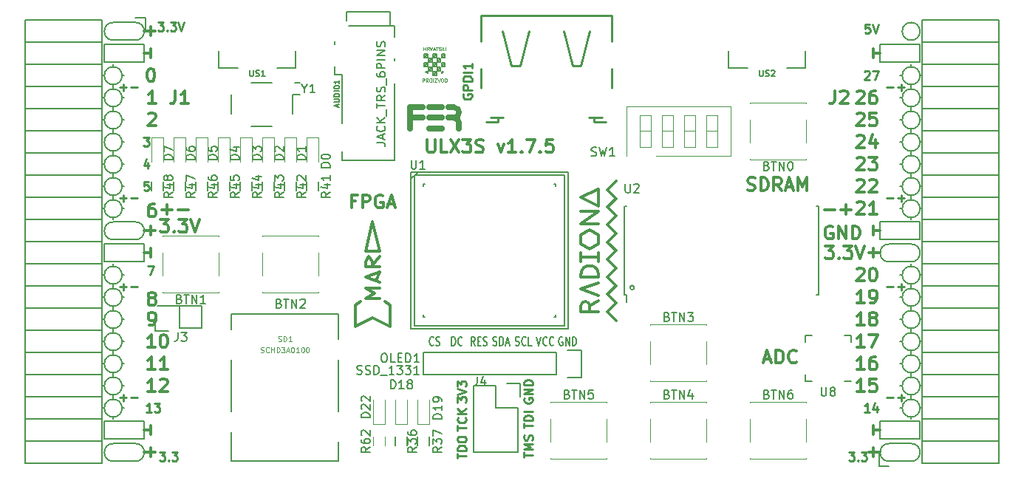
<source format=gto>
G04 #@! TF.FileFunction,Legend,Top*
%FSLAX46Y46*%
G04 Gerber Fmt 4.6, Leading zero omitted, Abs format (unit mm)*
G04 Created by KiCad (PCBNEW 4.0.7+dfsg1-1) date Mon Dec 11 16:34:10 2017*
%MOMM*%
%LPD*%
G01*
G04 APERTURE LIST*
%ADD10C,0.100000*%
%ADD11C,0.300000*%
%ADD12C,0.200000*%
%ADD13C,0.250000*%
%ADD14C,0.150000*%
%ADD15C,0.120000*%
%ADD16C,0.700000*%
%ADD17C,0.254000*%
%ADD18C,0.075000*%
%ADD19C,0.152400*%
%ADD20C,0.124460*%
G04 APERTURE END LIST*
D10*
D11*
X182492000Y-87582000D02*
X182492000Y-88598000D01*
X181984000Y-88090000D02*
X183254000Y-88090000D01*
X182492000Y-110442000D02*
X182492000Y-111458000D01*
X183254000Y-110950000D02*
X181984000Y-110950000D01*
X99688000Y-110442000D02*
X99688000Y-111458000D01*
X98926000Y-110950000D02*
X100196000Y-110950000D01*
X99688000Y-62182000D02*
X99688000Y-63198000D01*
X98926000Y-62690000D02*
X100196000Y-62690000D01*
X99688000Y-85042000D02*
X99688000Y-86058000D01*
X98926000Y-85550000D02*
X100196000Y-85550000D01*
D12*
X97910000Y-63706000D02*
G75*
G03X97910000Y-61674000I0J1016000D01*
G01*
X184270000Y-109934000D02*
G75*
G03X184270000Y-111966000I0J-1016000D01*
G01*
X95370000Y-111966000D02*
X97910000Y-111966000D01*
X95370000Y-109934000D02*
X97910000Y-109934000D01*
X97910000Y-111966000D02*
G75*
G03X97910000Y-109934000I0J1016000D01*
G01*
X95370000Y-109934000D02*
G75*
G03X95370000Y-111966000I0J-1016000D01*
G01*
X95370000Y-61674000D02*
X97910000Y-61674000D01*
X95370000Y-63706000D02*
X97910000Y-63706000D01*
X95370000Y-61674000D02*
G75*
G03X95370000Y-63706000I0J-1016000D01*
G01*
X95370000Y-84534000D02*
X97910000Y-84534000D01*
X95370000Y-86566000D02*
X97910000Y-86566000D01*
X95370000Y-84534000D02*
G75*
G03X95370000Y-86566000I0J-1016000D01*
G01*
X97910000Y-86566000D02*
G75*
G03X97910000Y-84534000I0J1016000D01*
G01*
X187826000Y-62690000D02*
G75*
G03X187826000Y-62690000I-1016000J0D01*
G01*
X184270000Y-89106000D02*
X186810000Y-89106000D01*
X184270000Y-87074000D02*
X186810000Y-87074000D01*
X184270000Y-87074000D02*
G75*
G03X184270000Y-89106000I0J-1016000D01*
G01*
X186810000Y-89106000D02*
G75*
G03X186810000Y-87074000I0J1016000D01*
G01*
X186810000Y-111966000D02*
X184270000Y-111966000D01*
X186810000Y-109934000D02*
X184270000Y-109934000D01*
X186810000Y-111966000D02*
G75*
G03X186810000Y-109934000I0J1016000D01*
G01*
X94354000Y-66246000D02*
X94354000Y-64214000D01*
X98926000Y-66246000D02*
X94354000Y-66246000D01*
X98926000Y-64214000D02*
X98926000Y-66246000D01*
X94354000Y-64214000D02*
X98926000Y-64214000D01*
X94354000Y-87074000D02*
X98926000Y-87074000D01*
X94354000Y-89106000D02*
X94354000Y-87074000D01*
X98926000Y-89106000D02*
X94354000Y-89106000D01*
X98926000Y-87074000D02*
X98926000Y-89106000D01*
X94354000Y-109426000D02*
X98926000Y-109426000D01*
X94354000Y-107394000D02*
X94354000Y-109426000D01*
X98926000Y-107394000D02*
X94354000Y-107394000D01*
X98926000Y-109426000D02*
X98926000Y-107394000D01*
X183254000Y-109426000D02*
X187826000Y-109426000D01*
X183254000Y-107394000D02*
X183254000Y-109426000D01*
X187826000Y-107394000D02*
X187826000Y-109426000D01*
X183254000Y-107394000D02*
X187826000Y-107394000D01*
X183254000Y-66246000D02*
X187826000Y-66246000D01*
X183254000Y-64214000D02*
X183254000Y-66246000D01*
X187826000Y-64214000D02*
X183254000Y-64214000D01*
X187826000Y-66246000D02*
X187826000Y-64214000D01*
X183254000Y-84534000D02*
X187826000Y-84534000D01*
X183254000Y-86566000D02*
X183254000Y-84534000D01*
X187826000Y-86566000D02*
X183254000Y-86566000D01*
X187826000Y-84534000D02*
X187826000Y-86566000D01*
D13*
X96148000Y-69111429D02*
X96909905Y-69111429D01*
X96528953Y-69492381D02*
X96528953Y-68730476D01*
X97386095Y-69111429D02*
X98148000Y-69111429D01*
X96148000Y-81811429D02*
X96909905Y-81811429D01*
X96528953Y-82192381D02*
X96528953Y-81430476D01*
X97386095Y-81811429D02*
X98148000Y-81811429D01*
X96148000Y-91971429D02*
X96909905Y-91971429D01*
X96528953Y-92352381D02*
X96528953Y-91590476D01*
X97386095Y-91971429D02*
X98148000Y-91971429D01*
X96148000Y-104671429D02*
X96909905Y-104671429D01*
X96528953Y-105052381D02*
X96528953Y-104290476D01*
X97386095Y-104671429D02*
X98148000Y-104671429D01*
X184032000Y-104671429D02*
X184793905Y-104671429D01*
X185270095Y-104671429D02*
X186032000Y-104671429D01*
X185651048Y-105052381D02*
X185651048Y-104290476D01*
X184032000Y-91971429D02*
X184793905Y-91971429D01*
X185270095Y-91971429D02*
X186032000Y-91971429D01*
X185651048Y-92352381D02*
X185651048Y-91590476D01*
X184032000Y-81811429D02*
X184793905Y-81811429D01*
X185270095Y-81811429D02*
X186032000Y-81811429D01*
X185651048Y-82192381D02*
X185651048Y-81430476D01*
X184032000Y-69111429D02*
X184793905Y-69111429D01*
X185270095Y-69111429D02*
X186032000Y-69111429D01*
X185651048Y-69492381D02*
X185651048Y-68730476D01*
D11*
X176928000Y-83117143D02*
X178070857Y-83117143D01*
X178785143Y-83117143D02*
X179928000Y-83117143D01*
X179356571Y-83688571D02*
X179356571Y-82545714D01*
D12*
X187826000Y-67770000D02*
G75*
G03X187826000Y-67770000I-1016000J0D01*
G01*
X187826000Y-70310000D02*
G75*
G03X187826000Y-70310000I-1016000J0D01*
G01*
X187826000Y-72850000D02*
G75*
G03X187826000Y-72850000I-1016000J0D01*
G01*
X187826000Y-75390000D02*
G75*
G03X187826000Y-75390000I-1016000J0D01*
G01*
X187826000Y-77930000D02*
G75*
G03X187826000Y-77930000I-1016000J0D01*
G01*
X187826000Y-80470000D02*
G75*
G03X187826000Y-80470000I-1016000J0D01*
G01*
X187826000Y-83010000D02*
G75*
G03X187826000Y-83010000I-1016000J0D01*
G01*
X187826000Y-90630000D02*
G75*
G03X187826000Y-90630000I-1016000J0D01*
G01*
X187826000Y-93170000D02*
G75*
G03X187826000Y-93170000I-1016000J0D01*
G01*
X187826000Y-95710000D02*
G75*
G03X187826000Y-95710000I-1016000J0D01*
G01*
X187826000Y-98250000D02*
G75*
G03X187826000Y-98250000I-1016000J0D01*
G01*
X187826000Y-100790000D02*
G75*
G03X187826000Y-100790000I-1016000J0D01*
G01*
X187826000Y-103330000D02*
G75*
G03X187826000Y-103330000I-1016000J0D01*
G01*
X187826000Y-105870000D02*
G75*
G03X187826000Y-105870000I-1016000J0D01*
G01*
X96386000Y-105870000D02*
G75*
G03X96386000Y-105870000I-1016000J0D01*
G01*
X96386000Y-103330000D02*
G75*
G03X96386000Y-103330000I-1016000J0D01*
G01*
X96386000Y-100790000D02*
G75*
G03X96386000Y-100790000I-1016000J0D01*
G01*
X96386000Y-98250000D02*
G75*
G03X96386000Y-98250000I-1016000J0D01*
G01*
X96386000Y-95710000D02*
G75*
G03X96386000Y-95710000I-1016000J0D01*
G01*
X96386000Y-93170000D02*
G75*
G03X96386000Y-93170000I-1016000J0D01*
G01*
X96386000Y-90630000D02*
G75*
G03X96386000Y-90630000I-1016000J0D01*
G01*
X96386000Y-83010000D02*
G75*
G03X96386000Y-83010000I-1016000J0D01*
G01*
X96386000Y-80470000D02*
G75*
G03X96386000Y-80470000I-1016000J0D01*
G01*
X96386000Y-77930000D02*
G75*
G03X96386000Y-77930000I-1016000J0D01*
G01*
X96386000Y-75390000D02*
G75*
G03X96386000Y-75390000I-1016000J0D01*
G01*
X96386000Y-72850000D02*
G75*
G03X96386000Y-72850000I-1016000J0D01*
G01*
X96386000Y-70310000D02*
G75*
G03X96386000Y-70310000I-1016000J0D01*
G01*
X96386000Y-67770000D02*
G75*
G03X96386000Y-67770000I-1016000J0D01*
G01*
D11*
X177793143Y-85054000D02*
X177650286Y-84982571D01*
X177436000Y-84982571D01*
X177221715Y-85054000D01*
X177078857Y-85196857D01*
X177007429Y-85339714D01*
X176936000Y-85625429D01*
X176936000Y-85839714D01*
X177007429Y-86125429D01*
X177078857Y-86268286D01*
X177221715Y-86411143D01*
X177436000Y-86482571D01*
X177578857Y-86482571D01*
X177793143Y-86411143D01*
X177864572Y-86339714D01*
X177864572Y-85839714D01*
X177578857Y-85839714D01*
X178507429Y-86482571D02*
X178507429Y-84982571D01*
X179364572Y-86482571D01*
X179364572Y-84982571D01*
X180078858Y-86482571D02*
X180078858Y-84982571D01*
X180436001Y-84982571D01*
X180650286Y-85054000D01*
X180793144Y-85196857D01*
X180864572Y-85339714D01*
X180936001Y-85625429D01*
X180936001Y-85839714D01*
X180864572Y-86125429D01*
X180793144Y-86268286D01*
X180650286Y-86411143D01*
X180436001Y-86482571D01*
X180078858Y-86482571D01*
X182492000Y-86058000D02*
X182492000Y-85042000D01*
X183254000Y-85550000D02*
X182492000Y-85550000D01*
X182492000Y-107902000D02*
X182492000Y-108918000D01*
X182492000Y-108410000D02*
X183254000Y-108410000D01*
D13*
X182047524Y-106322381D02*
X181476095Y-106322381D01*
X181761809Y-106322381D02*
X181761809Y-105322381D01*
X181666571Y-105465238D01*
X181571333Y-105560476D01*
X181476095Y-105608095D01*
X182904667Y-105655714D02*
X182904667Y-106322381D01*
X182666571Y-105274762D02*
X182428476Y-105989048D01*
X183047524Y-105989048D01*
X181476095Y-67317619D02*
X181523714Y-67270000D01*
X181618952Y-67222381D01*
X181857048Y-67222381D01*
X181952286Y-67270000D01*
X181999905Y-67317619D01*
X182047524Y-67412857D01*
X182047524Y-67508095D01*
X181999905Y-67650952D01*
X181428476Y-68222381D01*
X182047524Y-68222381D01*
X182380857Y-67222381D02*
X183047524Y-67222381D01*
X182618952Y-68222381D01*
D11*
X182492000Y-64722000D02*
X182492000Y-65738000D01*
X182492000Y-65230000D02*
X183254000Y-65230000D01*
X99688000Y-107902000D02*
X99688000Y-108918000D01*
X98926000Y-108410000D02*
X99688000Y-108410000D01*
D13*
X98846667Y-74842381D02*
X99465715Y-74842381D01*
X99132381Y-75223333D01*
X99275239Y-75223333D01*
X99370477Y-75270952D01*
X99418096Y-75318571D01*
X99465715Y-75413810D01*
X99465715Y-75651905D01*
X99418096Y-75747143D01*
X99370477Y-75794762D01*
X99275239Y-75842381D01*
X98989524Y-75842381D01*
X98894286Y-75794762D01*
X98846667Y-75747143D01*
X99370477Y-77715714D02*
X99370477Y-78382381D01*
X99132381Y-77334762D02*
X98894286Y-78049048D01*
X99513334Y-78049048D01*
X99418096Y-79922381D02*
X98941905Y-79922381D01*
X98894286Y-80398571D01*
X98941905Y-80350952D01*
X99037143Y-80303333D01*
X99275239Y-80303333D01*
X99370477Y-80350952D01*
X99418096Y-80398571D01*
X99465715Y-80493810D01*
X99465715Y-80731905D01*
X99418096Y-80827143D01*
X99370477Y-80874762D01*
X99275239Y-80922381D01*
X99037143Y-80922381D01*
X98941905Y-80874762D01*
X98894286Y-80827143D01*
X99751524Y-106322381D02*
X99180095Y-106322381D01*
X99465809Y-106322381D02*
X99465809Y-105322381D01*
X99370571Y-105465238D01*
X99275333Y-105560476D01*
X99180095Y-105608095D01*
X100084857Y-105322381D02*
X100703905Y-105322381D01*
X100370571Y-105703333D01*
X100513429Y-105703333D01*
X100608667Y-105750952D01*
X100656286Y-105798571D01*
X100703905Y-105893810D01*
X100703905Y-106131905D01*
X100656286Y-106227143D01*
X100608667Y-106274762D01*
X100513429Y-106322381D01*
X100227714Y-106322381D01*
X100132476Y-106274762D01*
X100084857Y-106227143D01*
X99354667Y-89574381D02*
X100021334Y-89574381D01*
X99592762Y-90574381D01*
D11*
X99688000Y-87582000D02*
X99688000Y-88598000D01*
X98926000Y-88090000D02*
X99688000Y-88090000D01*
X99688000Y-64722000D02*
X99688000Y-65738000D01*
X98926000Y-65230000D02*
X99688000Y-65230000D01*
D13*
X100497810Y-61634381D02*
X101116858Y-61634381D01*
X100783524Y-62015333D01*
X100926382Y-62015333D01*
X101021620Y-62062952D01*
X101069239Y-62110571D01*
X101116858Y-62205810D01*
X101116858Y-62443905D01*
X101069239Y-62539143D01*
X101021620Y-62586762D01*
X100926382Y-62634381D01*
X100640667Y-62634381D01*
X100545429Y-62586762D01*
X100497810Y-62539143D01*
X101545429Y-62539143D02*
X101593048Y-62586762D01*
X101545429Y-62634381D01*
X101497810Y-62586762D01*
X101545429Y-62539143D01*
X101545429Y-62634381D01*
X101926381Y-61634381D02*
X102545429Y-61634381D01*
X102212095Y-62015333D01*
X102354953Y-62015333D01*
X102450191Y-62062952D01*
X102497810Y-62110571D01*
X102545429Y-62205810D01*
X102545429Y-62443905D01*
X102497810Y-62539143D01*
X102450191Y-62586762D01*
X102354953Y-62634381D01*
X102069238Y-62634381D01*
X101974000Y-62586762D01*
X101926381Y-62539143D01*
X102831143Y-61634381D02*
X103164476Y-62634381D01*
X103497810Y-61634381D01*
X179666381Y-110910381D02*
X180285429Y-110910381D01*
X179952095Y-111291333D01*
X180094953Y-111291333D01*
X180190191Y-111338952D01*
X180237810Y-111386571D01*
X180285429Y-111481810D01*
X180285429Y-111719905D01*
X180237810Y-111815143D01*
X180190191Y-111862762D01*
X180094953Y-111910381D01*
X179809238Y-111910381D01*
X179714000Y-111862762D01*
X179666381Y-111815143D01*
X180714000Y-111815143D02*
X180761619Y-111862762D01*
X180714000Y-111910381D01*
X180666381Y-111862762D01*
X180714000Y-111815143D01*
X180714000Y-111910381D01*
X181094952Y-110910381D02*
X181714000Y-110910381D01*
X181380666Y-111291333D01*
X181523524Y-111291333D01*
X181618762Y-111338952D01*
X181666381Y-111386571D01*
X181714000Y-111481810D01*
X181714000Y-111719905D01*
X181666381Y-111815143D01*
X181618762Y-111862762D01*
X181523524Y-111910381D01*
X181237809Y-111910381D01*
X181142571Y-111862762D01*
X181094952Y-111815143D01*
D11*
X100775715Y-84220571D02*
X101704286Y-84220571D01*
X101204286Y-84792000D01*
X101418572Y-84792000D01*
X101561429Y-84863429D01*
X101632858Y-84934857D01*
X101704286Y-85077714D01*
X101704286Y-85434857D01*
X101632858Y-85577714D01*
X101561429Y-85649143D01*
X101418572Y-85720571D01*
X100990000Y-85720571D01*
X100847143Y-85649143D01*
X100775715Y-85577714D01*
X102347143Y-85577714D02*
X102418571Y-85649143D01*
X102347143Y-85720571D01*
X102275714Y-85649143D01*
X102347143Y-85577714D01*
X102347143Y-85720571D01*
X102918572Y-84220571D02*
X103847143Y-84220571D01*
X103347143Y-84792000D01*
X103561429Y-84792000D01*
X103704286Y-84863429D01*
X103775715Y-84934857D01*
X103847143Y-85077714D01*
X103847143Y-85434857D01*
X103775715Y-85577714D01*
X103704286Y-85649143D01*
X103561429Y-85720571D01*
X103132857Y-85720571D01*
X102990000Y-85649143D01*
X102918572Y-85577714D01*
X104275714Y-84220571D02*
X104775714Y-85720571D01*
X105275714Y-84220571D01*
D13*
X100672381Y-110910381D02*
X101291429Y-110910381D01*
X100958095Y-111291333D01*
X101100953Y-111291333D01*
X101196191Y-111338952D01*
X101243810Y-111386571D01*
X101291429Y-111481810D01*
X101291429Y-111719905D01*
X101243810Y-111815143D01*
X101196191Y-111862762D01*
X101100953Y-111910381D01*
X100815238Y-111910381D01*
X100720000Y-111862762D01*
X100672381Y-111815143D01*
X101720000Y-111815143D02*
X101767619Y-111862762D01*
X101720000Y-111910381D01*
X101672381Y-111862762D01*
X101720000Y-111815143D01*
X101720000Y-111910381D01*
X102100952Y-110910381D02*
X102720000Y-110910381D01*
X102386666Y-111291333D01*
X102529524Y-111291333D01*
X102624762Y-111338952D01*
X102672381Y-111386571D01*
X102720000Y-111481810D01*
X102720000Y-111719905D01*
X102672381Y-111815143D01*
X102624762Y-111862762D01*
X102529524Y-111910381D01*
X102243809Y-111910381D01*
X102148571Y-111862762D01*
X102100952Y-111815143D01*
X182047524Y-61888381D02*
X181571333Y-61888381D01*
X181523714Y-62364571D01*
X181571333Y-62316952D01*
X181666571Y-62269333D01*
X181904667Y-62269333D01*
X181999905Y-62316952D01*
X182047524Y-62364571D01*
X182095143Y-62459810D01*
X182095143Y-62697905D01*
X182047524Y-62793143D01*
X181999905Y-62840762D01*
X181904667Y-62888381D01*
X181666571Y-62888381D01*
X181571333Y-62840762D01*
X181523714Y-62793143D01*
X182380857Y-61888381D02*
X182714190Y-62888381D01*
X183047524Y-61888381D01*
D11*
X180587143Y-69631429D02*
X180658572Y-69560000D01*
X180801429Y-69488571D01*
X181158572Y-69488571D01*
X181301429Y-69560000D01*
X181372858Y-69631429D01*
X181444286Y-69774286D01*
X181444286Y-69917143D01*
X181372858Y-70131429D01*
X180515715Y-70988571D01*
X181444286Y-70988571D01*
X182730000Y-69488571D02*
X182444286Y-69488571D01*
X182301429Y-69560000D01*
X182230000Y-69631429D01*
X182087143Y-69845714D01*
X182015714Y-70131429D01*
X182015714Y-70702857D01*
X182087143Y-70845714D01*
X182158571Y-70917143D01*
X182301429Y-70988571D01*
X182587143Y-70988571D01*
X182730000Y-70917143D01*
X182801429Y-70845714D01*
X182872857Y-70702857D01*
X182872857Y-70345714D01*
X182801429Y-70202857D01*
X182730000Y-70131429D01*
X182587143Y-70060000D01*
X182301429Y-70060000D01*
X182158571Y-70131429D01*
X182087143Y-70202857D01*
X182015714Y-70345714D01*
X180587143Y-72171429D02*
X180658572Y-72100000D01*
X180801429Y-72028571D01*
X181158572Y-72028571D01*
X181301429Y-72100000D01*
X181372858Y-72171429D01*
X181444286Y-72314286D01*
X181444286Y-72457143D01*
X181372858Y-72671429D01*
X180515715Y-73528571D01*
X181444286Y-73528571D01*
X182801429Y-72028571D02*
X182087143Y-72028571D01*
X182015714Y-72742857D01*
X182087143Y-72671429D01*
X182230000Y-72600000D01*
X182587143Y-72600000D01*
X182730000Y-72671429D01*
X182801429Y-72742857D01*
X182872857Y-72885714D01*
X182872857Y-73242857D01*
X182801429Y-73385714D01*
X182730000Y-73457143D01*
X182587143Y-73528571D01*
X182230000Y-73528571D01*
X182087143Y-73457143D01*
X182015714Y-73385714D01*
X180587143Y-74711429D02*
X180658572Y-74640000D01*
X180801429Y-74568571D01*
X181158572Y-74568571D01*
X181301429Y-74640000D01*
X181372858Y-74711429D01*
X181444286Y-74854286D01*
X181444286Y-74997143D01*
X181372858Y-75211429D01*
X180515715Y-76068571D01*
X181444286Y-76068571D01*
X182730000Y-75068571D02*
X182730000Y-76068571D01*
X182372857Y-74497143D02*
X182015714Y-75568571D01*
X182944286Y-75568571D01*
X180587143Y-77251429D02*
X180658572Y-77180000D01*
X180801429Y-77108571D01*
X181158572Y-77108571D01*
X181301429Y-77180000D01*
X181372858Y-77251429D01*
X181444286Y-77394286D01*
X181444286Y-77537143D01*
X181372858Y-77751429D01*
X180515715Y-78608571D01*
X181444286Y-78608571D01*
X181944286Y-77108571D02*
X182872857Y-77108571D01*
X182372857Y-77680000D01*
X182587143Y-77680000D01*
X182730000Y-77751429D01*
X182801429Y-77822857D01*
X182872857Y-77965714D01*
X182872857Y-78322857D01*
X182801429Y-78465714D01*
X182730000Y-78537143D01*
X182587143Y-78608571D01*
X182158571Y-78608571D01*
X182015714Y-78537143D01*
X181944286Y-78465714D01*
X180587143Y-79791429D02*
X180658572Y-79720000D01*
X180801429Y-79648571D01*
X181158572Y-79648571D01*
X181301429Y-79720000D01*
X181372858Y-79791429D01*
X181444286Y-79934286D01*
X181444286Y-80077143D01*
X181372858Y-80291429D01*
X180515715Y-81148571D01*
X181444286Y-81148571D01*
X182015714Y-79791429D02*
X182087143Y-79720000D01*
X182230000Y-79648571D01*
X182587143Y-79648571D01*
X182730000Y-79720000D01*
X182801429Y-79791429D01*
X182872857Y-79934286D01*
X182872857Y-80077143D01*
X182801429Y-80291429D01*
X181944286Y-81148571D01*
X182872857Y-81148571D01*
X180587143Y-82331429D02*
X180658572Y-82260000D01*
X180801429Y-82188571D01*
X181158572Y-82188571D01*
X181301429Y-82260000D01*
X181372858Y-82331429D01*
X181444286Y-82474286D01*
X181444286Y-82617143D01*
X181372858Y-82831429D01*
X180515715Y-83688571D01*
X181444286Y-83688571D01*
X182872857Y-83688571D02*
X182015714Y-83688571D01*
X182444286Y-83688571D02*
X182444286Y-82188571D01*
X182301429Y-82402857D01*
X182158571Y-82545714D01*
X182015714Y-82617143D01*
X176975715Y-87268571D02*
X177904286Y-87268571D01*
X177404286Y-87840000D01*
X177618572Y-87840000D01*
X177761429Y-87911429D01*
X177832858Y-87982857D01*
X177904286Y-88125714D01*
X177904286Y-88482857D01*
X177832858Y-88625714D01*
X177761429Y-88697143D01*
X177618572Y-88768571D01*
X177190000Y-88768571D01*
X177047143Y-88697143D01*
X176975715Y-88625714D01*
X178547143Y-88625714D02*
X178618571Y-88697143D01*
X178547143Y-88768571D01*
X178475714Y-88697143D01*
X178547143Y-88625714D01*
X178547143Y-88768571D01*
X179118572Y-87268571D02*
X180047143Y-87268571D01*
X179547143Y-87840000D01*
X179761429Y-87840000D01*
X179904286Y-87911429D01*
X179975715Y-87982857D01*
X180047143Y-88125714D01*
X180047143Y-88482857D01*
X179975715Y-88625714D01*
X179904286Y-88697143D01*
X179761429Y-88768571D01*
X179332857Y-88768571D01*
X179190000Y-88697143D01*
X179118572Y-88625714D01*
X180475714Y-87268571D02*
X180975714Y-88768571D01*
X181475714Y-87268571D01*
X180587143Y-89951429D02*
X180658572Y-89880000D01*
X180801429Y-89808571D01*
X181158572Y-89808571D01*
X181301429Y-89880000D01*
X181372858Y-89951429D01*
X181444286Y-90094286D01*
X181444286Y-90237143D01*
X181372858Y-90451429D01*
X180515715Y-91308571D01*
X181444286Y-91308571D01*
X182372857Y-89808571D02*
X182515714Y-89808571D01*
X182658571Y-89880000D01*
X182730000Y-89951429D01*
X182801429Y-90094286D01*
X182872857Y-90380000D01*
X182872857Y-90737143D01*
X182801429Y-91022857D01*
X182730000Y-91165714D01*
X182658571Y-91237143D01*
X182515714Y-91308571D01*
X182372857Y-91308571D01*
X182230000Y-91237143D01*
X182158571Y-91165714D01*
X182087143Y-91022857D01*
X182015714Y-90737143D01*
X182015714Y-90380000D01*
X182087143Y-90094286D01*
X182158571Y-89951429D01*
X182230000Y-89880000D01*
X182372857Y-89808571D01*
X181444286Y-93848571D02*
X180587143Y-93848571D01*
X181015715Y-93848571D02*
X181015715Y-92348571D01*
X180872858Y-92562857D01*
X180730000Y-92705714D01*
X180587143Y-92777143D01*
X182158571Y-93848571D02*
X182444286Y-93848571D01*
X182587143Y-93777143D01*
X182658571Y-93705714D01*
X182801429Y-93491429D01*
X182872857Y-93205714D01*
X182872857Y-92634286D01*
X182801429Y-92491429D01*
X182730000Y-92420000D01*
X182587143Y-92348571D01*
X182301429Y-92348571D01*
X182158571Y-92420000D01*
X182087143Y-92491429D01*
X182015714Y-92634286D01*
X182015714Y-92991429D01*
X182087143Y-93134286D01*
X182158571Y-93205714D01*
X182301429Y-93277143D01*
X182587143Y-93277143D01*
X182730000Y-93205714D01*
X182801429Y-93134286D01*
X182872857Y-92991429D01*
X181444286Y-96388571D02*
X180587143Y-96388571D01*
X181015715Y-96388571D02*
X181015715Y-94888571D01*
X180872858Y-95102857D01*
X180730000Y-95245714D01*
X180587143Y-95317143D01*
X182301429Y-95531429D02*
X182158571Y-95460000D01*
X182087143Y-95388571D01*
X182015714Y-95245714D01*
X182015714Y-95174286D01*
X182087143Y-95031429D01*
X182158571Y-94960000D01*
X182301429Y-94888571D01*
X182587143Y-94888571D01*
X182730000Y-94960000D01*
X182801429Y-95031429D01*
X182872857Y-95174286D01*
X182872857Y-95245714D01*
X182801429Y-95388571D01*
X182730000Y-95460000D01*
X182587143Y-95531429D01*
X182301429Y-95531429D01*
X182158571Y-95602857D01*
X182087143Y-95674286D01*
X182015714Y-95817143D01*
X182015714Y-96102857D01*
X182087143Y-96245714D01*
X182158571Y-96317143D01*
X182301429Y-96388571D01*
X182587143Y-96388571D01*
X182730000Y-96317143D01*
X182801429Y-96245714D01*
X182872857Y-96102857D01*
X182872857Y-95817143D01*
X182801429Y-95674286D01*
X182730000Y-95602857D01*
X182587143Y-95531429D01*
X181444286Y-98928571D02*
X180587143Y-98928571D01*
X181015715Y-98928571D02*
X181015715Y-97428571D01*
X180872858Y-97642857D01*
X180730000Y-97785714D01*
X180587143Y-97857143D01*
X181944286Y-97428571D02*
X182944286Y-97428571D01*
X182301429Y-98928571D01*
X181444286Y-101468571D02*
X180587143Y-101468571D01*
X181015715Y-101468571D02*
X181015715Y-99968571D01*
X180872858Y-100182857D01*
X180730000Y-100325714D01*
X180587143Y-100397143D01*
X182730000Y-99968571D02*
X182444286Y-99968571D01*
X182301429Y-100040000D01*
X182230000Y-100111429D01*
X182087143Y-100325714D01*
X182015714Y-100611429D01*
X182015714Y-101182857D01*
X182087143Y-101325714D01*
X182158571Y-101397143D01*
X182301429Y-101468571D01*
X182587143Y-101468571D01*
X182730000Y-101397143D01*
X182801429Y-101325714D01*
X182872857Y-101182857D01*
X182872857Y-100825714D01*
X182801429Y-100682857D01*
X182730000Y-100611429D01*
X182587143Y-100540000D01*
X182301429Y-100540000D01*
X182158571Y-100611429D01*
X182087143Y-100682857D01*
X182015714Y-100825714D01*
X181444286Y-104008571D02*
X180587143Y-104008571D01*
X181015715Y-104008571D02*
X181015715Y-102508571D01*
X180872858Y-102722857D01*
X180730000Y-102865714D01*
X180587143Y-102937143D01*
X182801429Y-102508571D02*
X182087143Y-102508571D01*
X182015714Y-103222857D01*
X182087143Y-103151429D01*
X182230000Y-103080000D01*
X182587143Y-103080000D01*
X182730000Y-103151429D01*
X182801429Y-103222857D01*
X182872857Y-103365714D01*
X182872857Y-103722857D01*
X182801429Y-103865714D01*
X182730000Y-103937143D01*
X182587143Y-104008571D01*
X182230000Y-104008571D01*
X182087143Y-103937143D01*
X182015714Y-103865714D01*
D12*
X186810000Y-66500000D02*
X186810000Y-66754000D01*
X187826000Y-67770000D02*
X188080000Y-67770000D01*
X185540000Y-67770000D02*
X185794000Y-67770000D01*
X186810000Y-69294000D02*
X186810000Y-68786000D01*
X187826000Y-70310000D02*
X188080000Y-70310000D01*
X185540000Y-70310000D02*
X185794000Y-70310000D01*
X186810000Y-71326000D02*
X186810000Y-71834000D01*
X187826000Y-72850000D02*
X188080000Y-72850000D01*
X185540000Y-72850000D02*
X185794000Y-72850000D01*
X186810000Y-73866000D02*
X186810000Y-74374000D01*
X187826000Y-75390000D02*
X188080000Y-75390000D01*
X185540000Y-75390000D02*
X185794000Y-75390000D01*
X186810000Y-76406000D02*
X186810000Y-76914000D01*
X187826000Y-77930000D02*
X188080000Y-77930000D01*
X185540000Y-77930000D02*
X185794000Y-77930000D01*
X186810000Y-79454000D02*
X186810000Y-78946000D01*
X187826000Y-80470000D02*
X188080000Y-80470000D01*
X185540000Y-80470000D02*
X185794000Y-80470000D01*
X186810000Y-81994000D02*
X186810000Y-81486000D01*
X187826000Y-83010000D02*
X188080000Y-83010000D01*
X185540000Y-83010000D02*
X185794000Y-83010000D01*
X186810000Y-84026000D02*
X186810000Y-84280000D01*
X186810000Y-89360000D02*
X186810000Y-89614000D01*
X187826000Y-90630000D02*
X188080000Y-90630000D01*
X185540000Y-90630000D02*
X185794000Y-90630000D01*
X186810000Y-91646000D02*
X186810000Y-92154000D01*
X187826000Y-93170000D02*
X188080000Y-93170000D01*
X185540000Y-93170000D02*
X185794000Y-93170000D01*
X186810000Y-94186000D02*
X186810000Y-94694000D01*
X187826000Y-95710000D02*
X188080000Y-95710000D01*
X185540000Y-95710000D02*
X185794000Y-95710000D01*
X186810000Y-97234000D02*
X186810000Y-96726000D01*
X187826000Y-98250000D02*
X188080000Y-98250000D01*
X185540000Y-98250000D02*
X185794000Y-98250000D01*
X187826000Y-100790000D02*
X188080000Y-100790000D01*
X185540000Y-100790000D02*
X185794000Y-100790000D01*
X186810000Y-99266000D02*
X186810000Y-99774000D01*
X186810000Y-102314000D02*
X186810000Y-101806000D01*
X187826000Y-103330000D02*
X188080000Y-103330000D01*
X185540000Y-103330000D02*
X185794000Y-103330000D01*
X186810000Y-104346000D02*
X186810000Y-104854000D01*
X185540000Y-105870000D02*
X185794000Y-105870000D01*
X187826000Y-105870000D02*
X188080000Y-105870000D01*
X186810000Y-106886000D02*
X186810000Y-107140000D01*
X95370000Y-66754000D02*
X95370000Y-66500000D01*
X96386000Y-67770000D02*
X96640000Y-67770000D01*
X94100000Y-67770000D02*
X94354000Y-67770000D01*
X95370000Y-68786000D02*
X95370000Y-69294000D01*
X96386000Y-70310000D02*
X96640000Y-70310000D01*
X94100000Y-70310000D02*
X94354000Y-70310000D01*
X95370000Y-71326000D02*
X95370000Y-71834000D01*
X96386000Y-72850000D02*
X96640000Y-72850000D01*
X94100000Y-72850000D02*
X94354000Y-72850000D01*
X95370000Y-73866000D02*
X95370000Y-74374000D01*
X96386000Y-75390000D02*
X96640000Y-75390000D01*
X95370000Y-76406000D02*
X95370000Y-76914000D01*
X96386000Y-77930000D02*
X96640000Y-77930000D01*
X94100000Y-77930000D02*
X94354000Y-77930000D01*
X95370000Y-79454000D02*
X95370000Y-78946000D01*
X96386000Y-80470000D02*
X96640000Y-80470000D01*
X94100000Y-80470000D02*
X94354000Y-80470000D01*
X95370000Y-81486000D02*
X95370000Y-81994000D01*
X96386000Y-83010000D02*
X96640000Y-83010000D01*
X95370000Y-84026000D02*
X95370000Y-84280000D01*
X94100000Y-83010000D02*
X94354000Y-83010000D01*
X95370000Y-106886000D02*
X95370000Y-107140000D01*
X95370000Y-89360000D02*
X95370000Y-89614000D01*
X96386000Y-93170000D02*
X96640000Y-93170000D01*
X94100000Y-93170000D02*
X94354000Y-93170000D01*
X95370000Y-94186000D02*
X95370000Y-94694000D01*
X94100000Y-90630000D02*
X94354000Y-90630000D01*
X96386000Y-90630000D02*
X96640000Y-90630000D01*
X95370000Y-92154000D02*
X95370000Y-91646000D01*
X96386000Y-95710000D02*
X96640000Y-95710000D01*
X94100000Y-95710000D02*
X94354000Y-95710000D01*
X96386000Y-98250000D02*
X96640000Y-98250000D01*
X94354000Y-98250000D02*
X94100000Y-98250000D01*
X95370000Y-96726000D02*
X95370000Y-97234000D01*
X95370000Y-99266000D02*
X95370000Y-99774000D01*
X94100000Y-100790000D02*
X94354000Y-100790000D01*
X96386000Y-100790000D02*
X96640000Y-100790000D01*
X94100000Y-103330000D02*
X94354000Y-103330000D01*
X96386000Y-103330000D02*
X96640000Y-103330000D01*
X95370000Y-101806000D02*
X95370000Y-102314000D01*
X95370000Y-104346000D02*
X95370000Y-104854000D01*
X96386000Y-105870000D02*
X96640000Y-105870000D01*
X94100000Y-105870000D02*
X94354000Y-105870000D01*
D11*
X100982000Y-83117143D02*
X102124857Y-83117143D01*
X101553428Y-83688571D02*
X101553428Y-82545714D01*
X102839143Y-83117143D02*
X103982000Y-83117143D01*
X100164286Y-104008571D02*
X99307143Y-104008571D01*
X99735715Y-104008571D02*
X99735715Y-102508571D01*
X99592858Y-102722857D01*
X99450000Y-102865714D01*
X99307143Y-102937143D01*
X100735714Y-102651429D02*
X100807143Y-102580000D01*
X100950000Y-102508571D01*
X101307143Y-102508571D01*
X101450000Y-102580000D01*
X101521429Y-102651429D01*
X101592857Y-102794286D01*
X101592857Y-102937143D01*
X101521429Y-103151429D01*
X100664286Y-104008571D01*
X101592857Y-104008571D01*
X100164286Y-101468571D02*
X99307143Y-101468571D01*
X99735715Y-101468571D02*
X99735715Y-99968571D01*
X99592858Y-100182857D01*
X99450000Y-100325714D01*
X99307143Y-100397143D01*
X101592857Y-101468571D02*
X100735714Y-101468571D01*
X101164286Y-101468571D02*
X101164286Y-99968571D01*
X101021429Y-100182857D01*
X100878571Y-100325714D01*
X100735714Y-100397143D01*
X100164286Y-98928571D02*
X99307143Y-98928571D01*
X99735715Y-98928571D02*
X99735715Y-97428571D01*
X99592858Y-97642857D01*
X99450000Y-97785714D01*
X99307143Y-97857143D01*
X101092857Y-97428571D02*
X101235714Y-97428571D01*
X101378571Y-97500000D01*
X101450000Y-97571429D01*
X101521429Y-97714286D01*
X101592857Y-98000000D01*
X101592857Y-98357143D01*
X101521429Y-98642857D01*
X101450000Y-98785714D01*
X101378571Y-98857143D01*
X101235714Y-98928571D01*
X101092857Y-98928571D01*
X100950000Y-98857143D01*
X100878571Y-98785714D01*
X100807143Y-98642857D01*
X100735714Y-98357143D01*
X100735714Y-98000000D01*
X100807143Y-97714286D01*
X100878571Y-97571429D01*
X100950000Y-97500000D01*
X101092857Y-97428571D01*
X99529286Y-96388571D02*
X99815001Y-96388571D01*
X99957858Y-96317143D01*
X100029286Y-96245714D01*
X100172144Y-96031429D01*
X100243572Y-95745714D01*
X100243572Y-95174286D01*
X100172144Y-95031429D01*
X100100715Y-94960000D01*
X99957858Y-94888571D01*
X99672144Y-94888571D01*
X99529286Y-94960000D01*
X99457858Y-95031429D01*
X99386429Y-95174286D01*
X99386429Y-95531429D01*
X99457858Y-95674286D01*
X99529286Y-95745714D01*
X99672144Y-95817143D01*
X99957858Y-95817143D01*
X100100715Y-95745714D01*
X100172144Y-95674286D01*
X100243572Y-95531429D01*
X99672144Y-93245429D02*
X99529286Y-93174000D01*
X99457858Y-93102571D01*
X99386429Y-92959714D01*
X99386429Y-92888286D01*
X99457858Y-92745429D01*
X99529286Y-92674000D01*
X99672144Y-92602571D01*
X99957858Y-92602571D01*
X100100715Y-92674000D01*
X100172144Y-92745429D01*
X100243572Y-92888286D01*
X100243572Y-92959714D01*
X100172144Y-93102571D01*
X100100715Y-93174000D01*
X99957858Y-93245429D01*
X99672144Y-93245429D01*
X99529286Y-93316857D01*
X99457858Y-93388286D01*
X99386429Y-93531143D01*
X99386429Y-93816857D01*
X99457858Y-93959714D01*
X99529286Y-94031143D01*
X99672144Y-94102571D01*
X99957858Y-94102571D01*
X100100715Y-94031143D01*
X100172144Y-93959714D01*
X100243572Y-93816857D01*
X100243572Y-93531143D01*
X100172144Y-93388286D01*
X100100715Y-93316857D01*
X99957858Y-93245429D01*
X100100715Y-82442571D02*
X99815001Y-82442571D01*
X99672144Y-82514000D01*
X99600715Y-82585429D01*
X99457858Y-82799714D01*
X99386429Y-83085429D01*
X99386429Y-83656857D01*
X99457858Y-83799714D01*
X99529286Y-83871143D01*
X99672144Y-83942571D01*
X99957858Y-83942571D01*
X100100715Y-83871143D01*
X100172144Y-83799714D01*
X100243572Y-83656857D01*
X100243572Y-83299714D01*
X100172144Y-83156857D01*
X100100715Y-83085429D01*
X99957858Y-83014000D01*
X99672144Y-83014000D01*
X99529286Y-83085429D01*
X99457858Y-83156857D01*
X99386429Y-83299714D01*
X99386429Y-72171429D02*
X99457858Y-72100000D01*
X99600715Y-72028571D01*
X99957858Y-72028571D01*
X100100715Y-72100000D01*
X100172144Y-72171429D01*
X100243572Y-72314286D01*
X100243572Y-72457143D01*
X100172144Y-72671429D01*
X99315001Y-73528571D01*
X100243572Y-73528571D01*
X100243572Y-70988571D02*
X99386429Y-70988571D01*
X99815001Y-70988571D02*
X99815001Y-69488571D01*
X99672144Y-69702857D01*
X99529286Y-69845714D01*
X99386429Y-69917143D01*
X99616572Y-66948571D02*
X99759429Y-66948571D01*
X99902286Y-67020000D01*
X99973715Y-67091429D01*
X100045144Y-67234286D01*
X100116572Y-67520000D01*
X100116572Y-67877143D01*
X100045144Y-68162857D01*
X99973715Y-68305714D01*
X99902286Y-68377143D01*
X99759429Y-68448571D01*
X99616572Y-68448571D01*
X99473715Y-68377143D01*
X99402286Y-68305714D01*
X99330858Y-68162857D01*
X99259429Y-67877143D01*
X99259429Y-67520000D01*
X99330858Y-67234286D01*
X99402286Y-67091429D01*
X99473715Y-67020000D01*
X99616572Y-66948571D01*
X131371430Y-75076571D02*
X131371430Y-76290857D01*
X131442858Y-76433714D01*
X131514287Y-76505143D01*
X131657144Y-76576571D01*
X131942858Y-76576571D01*
X132085716Y-76505143D01*
X132157144Y-76433714D01*
X132228573Y-76290857D01*
X132228573Y-75076571D01*
X133657145Y-76576571D02*
X132942859Y-76576571D01*
X132942859Y-75076571D01*
X134014288Y-75076571D02*
X135014288Y-76576571D01*
X135014288Y-75076571D02*
X134014288Y-76576571D01*
X135442859Y-75076571D02*
X136371430Y-75076571D01*
X135871430Y-75648000D01*
X136085716Y-75648000D01*
X136228573Y-75719429D01*
X136300002Y-75790857D01*
X136371430Y-75933714D01*
X136371430Y-76290857D01*
X136300002Y-76433714D01*
X136228573Y-76505143D01*
X136085716Y-76576571D01*
X135657144Y-76576571D01*
X135514287Y-76505143D01*
X135442859Y-76433714D01*
X136942858Y-76505143D02*
X137157144Y-76576571D01*
X137514287Y-76576571D01*
X137657144Y-76505143D01*
X137728573Y-76433714D01*
X137800001Y-76290857D01*
X137800001Y-76148000D01*
X137728573Y-76005143D01*
X137657144Y-75933714D01*
X137514287Y-75862286D01*
X137228573Y-75790857D01*
X137085715Y-75719429D01*
X137014287Y-75648000D01*
X136942858Y-75505143D01*
X136942858Y-75362286D01*
X137014287Y-75219429D01*
X137085715Y-75148000D01*
X137228573Y-75076571D01*
X137585715Y-75076571D01*
X137800001Y-75148000D01*
X139442858Y-75576571D02*
X139800001Y-76576571D01*
X140157143Y-75576571D01*
X141514286Y-76576571D02*
X140657143Y-76576571D01*
X141085715Y-76576571D02*
X141085715Y-75076571D01*
X140942858Y-75290857D01*
X140800000Y-75433714D01*
X140657143Y-75505143D01*
X142157143Y-76433714D02*
X142228571Y-76505143D01*
X142157143Y-76576571D01*
X142085714Y-76505143D01*
X142157143Y-76433714D01*
X142157143Y-76576571D01*
X142728572Y-75076571D02*
X143728572Y-75076571D01*
X143085715Y-76576571D01*
X144300000Y-76433714D02*
X144371428Y-76505143D01*
X144300000Y-76576571D01*
X144228571Y-76505143D01*
X144300000Y-76433714D01*
X144300000Y-76576571D01*
X145728572Y-75076571D02*
X145014286Y-75076571D01*
X144942857Y-75790857D01*
X145014286Y-75719429D01*
X145157143Y-75648000D01*
X145514286Y-75648000D01*
X145657143Y-75719429D01*
X145728572Y-75790857D01*
X145800000Y-75933714D01*
X145800000Y-76290857D01*
X145728572Y-76433714D01*
X145657143Y-76505143D01*
X145514286Y-76576571D01*
X145157143Y-76576571D01*
X145014286Y-76505143D01*
X144942857Y-76433714D01*
X123159429Y-82140857D02*
X122659429Y-82140857D01*
X122659429Y-82926571D02*
X122659429Y-81426571D01*
X123373715Y-81426571D01*
X123945143Y-82926571D02*
X123945143Y-81426571D01*
X124516571Y-81426571D01*
X124659429Y-81498000D01*
X124730857Y-81569429D01*
X124802286Y-81712286D01*
X124802286Y-81926571D01*
X124730857Y-82069429D01*
X124659429Y-82140857D01*
X124516571Y-82212286D01*
X123945143Y-82212286D01*
X126230857Y-81498000D02*
X126088000Y-81426571D01*
X125873714Y-81426571D01*
X125659429Y-81498000D01*
X125516571Y-81640857D01*
X125445143Y-81783714D01*
X125373714Y-82069429D01*
X125373714Y-82283714D01*
X125445143Y-82569429D01*
X125516571Y-82712286D01*
X125659429Y-82855143D01*
X125873714Y-82926571D01*
X126016571Y-82926571D01*
X126230857Y-82855143D01*
X126302286Y-82783714D01*
X126302286Y-82283714D01*
X126016571Y-82283714D01*
X126873714Y-82498000D02*
X127588000Y-82498000D01*
X126730857Y-82926571D02*
X127230857Y-81426571D01*
X127730857Y-82926571D01*
X168077929Y-80886643D02*
X168292215Y-80958071D01*
X168649358Y-80958071D01*
X168792215Y-80886643D01*
X168863644Y-80815214D01*
X168935072Y-80672357D01*
X168935072Y-80529500D01*
X168863644Y-80386643D01*
X168792215Y-80315214D01*
X168649358Y-80243786D01*
X168363644Y-80172357D01*
X168220786Y-80100929D01*
X168149358Y-80029500D01*
X168077929Y-79886643D01*
X168077929Y-79743786D01*
X168149358Y-79600929D01*
X168220786Y-79529500D01*
X168363644Y-79458071D01*
X168720786Y-79458071D01*
X168935072Y-79529500D01*
X169577929Y-80958071D02*
X169577929Y-79458071D01*
X169935072Y-79458071D01*
X170149357Y-79529500D01*
X170292215Y-79672357D01*
X170363643Y-79815214D01*
X170435072Y-80100929D01*
X170435072Y-80315214D01*
X170363643Y-80600929D01*
X170292215Y-80743786D01*
X170149357Y-80886643D01*
X169935072Y-80958071D01*
X169577929Y-80958071D01*
X171935072Y-80958071D02*
X171435072Y-80243786D01*
X171077929Y-80958071D02*
X171077929Y-79458071D01*
X171649357Y-79458071D01*
X171792215Y-79529500D01*
X171863643Y-79600929D01*
X171935072Y-79743786D01*
X171935072Y-79958071D01*
X171863643Y-80100929D01*
X171792215Y-80172357D01*
X171649357Y-80243786D01*
X171077929Y-80243786D01*
X172506500Y-80529500D02*
X173220786Y-80529500D01*
X172363643Y-80958071D02*
X172863643Y-79458071D01*
X173363643Y-80958071D01*
X173863643Y-80958071D02*
X173863643Y-79458071D01*
X174363643Y-80529500D01*
X174863643Y-79458071D01*
X174863643Y-80958071D01*
X169966857Y-100278000D02*
X170681143Y-100278000D01*
X169824000Y-100706571D02*
X170324000Y-99206571D01*
X170824000Y-100706571D01*
X171324000Y-100706571D02*
X171324000Y-99206571D01*
X171681143Y-99206571D01*
X171895428Y-99278000D01*
X172038286Y-99420857D01*
X172109714Y-99563714D01*
X172181143Y-99849429D01*
X172181143Y-100063714D01*
X172109714Y-100349429D01*
X172038286Y-100492286D01*
X171895428Y-100635143D01*
X171681143Y-100706571D01*
X171324000Y-100706571D01*
X173681143Y-100563714D02*
X173609714Y-100635143D01*
X173395428Y-100706571D01*
X173252571Y-100706571D01*
X173038286Y-100635143D01*
X172895428Y-100492286D01*
X172824000Y-100349429D01*
X172752571Y-100063714D01*
X172752571Y-99849429D01*
X172824000Y-99563714D01*
X172895428Y-99420857D01*
X173038286Y-99278000D01*
X173252571Y-99206571D01*
X173395428Y-99206571D01*
X173609714Y-99278000D01*
X173681143Y-99349429D01*
D13*
X142447381Y-111521333D02*
X142447381Y-110949904D01*
X143447381Y-111235619D02*
X142447381Y-111235619D01*
X143447381Y-110616571D02*
X142447381Y-110616571D01*
X143161667Y-110283237D01*
X142447381Y-109949904D01*
X143447381Y-109949904D01*
X143399762Y-109521333D02*
X143447381Y-109378476D01*
X143447381Y-109140380D01*
X143399762Y-109045142D01*
X143352143Y-108997523D01*
X143256905Y-108949904D01*
X143161667Y-108949904D01*
X143066429Y-108997523D01*
X143018810Y-109045142D01*
X142971190Y-109140380D01*
X142923571Y-109330857D01*
X142875952Y-109426095D01*
X142828333Y-109473714D01*
X142733095Y-109521333D01*
X142637857Y-109521333D01*
X142542619Y-109473714D01*
X142495000Y-109426095D01*
X142447381Y-109330857D01*
X142447381Y-109092761D01*
X142495000Y-108949904D01*
X142447381Y-108163809D02*
X142447381Y-107592380D01*
X143447381Y-107878095D02*
X142447381Y-107878095D01*
X143447381Y-107259047D02*
X142447381Y-107259047D01*
X142447381Y-107020952D01*
X142495000Y-106878094D01*
X142590238Y-106782856D01*
X142685476Y-106735237D01*
X142875952Y-106687618D01*
X143018810Y-106687618D01*
X143209286Y-106735237D01*
X143304524Y-106782856D01*
X143399762Y-106878094D01*
X143447381Y-107020952D01*
X143447381Y-107259047D01*
X143447381Y-106259047D02*
X142447381Y-106259047D01*
X142495000Y-104726904D02*
X142447381Y-104822142D01*
X142447381Y-104964999D01*
X142495000Y-105107857D01*
X142590238Y-105203095D01*
X142685476Y-105250714D01*
X142875952Y-105298333D01*
X143018810Y-105298333D01*
X143209286Y-105250714D01*
X143304524Y-105203095D01*
X143399762Y-105107857D01*
X143447381Y-104964999D01*
X143447381Y-104869761D01*
X143399762Y-104726904D01*
X143352143Y-104679285D01*
X143018810Y-104679285D01*
X143018810Y-104869761D01*
X143447381Y-104250714D02*
X142447381Y-104250714D01*
X143447381Y-103679285D01*
X142447381Y-103679285D01*
X143447381Y-103203095D02*
X142447381Y-103203095D01*
X142447381Y-102965000D01*
X142495000Y-102822142D01*
X142590238Y-102726904D01*
X142685476Y-102679285D01*
X142875952Y-102631666D01*
X143018810Y-102631666D01*
X143209286Y-102679285D01*
X143304524Y-102726904D01*
X143399762Y-102822142D01*
X143447381Y-102965000D01*
X143447381Y-103203095D01*
X134827381Y-111624524D02*
X134827381Y-111053095D01*
X135827381Y-111338810D02*
X134827381Y-111338810D01*
X135827381Y-110719762D02*
X134827381Y-110719762D01*
X134827381Y-110481667D01*
X134875000Y-110338809D01*
X134970238Y-110243571D01*
X135065476Y-110195952D01*
X135255952Y-110148333D01*
X135398810Y-110148333D01*
X135589286Y-110195952D01*
X135684524Y-110243571D01*
X135779762Y-110338809D01*
X135827381Y-110481667D01*
X135827381Y-110719762D01*
X134827381Y-109529286D02*
X134827381Y-109338809D01*
X134875000Y-109243571D01*
X134970238Y-109148333D01*
X135160714Y-109100714D01*
X135494048Y-109100714D01*
X135684524Y-109148333D01*
X135779762Y-109243571D01*
X135827381Y-109338809D01*
X135827381Y-109529286D01*
X135779762Y-109624524D01*
X135684524Y-109719762D01*
X135494048Y-109767381D01*
X135160714Y-109767381D01*
X134970238Y-109719762D01*
X134875000Y-109624524D01*
X134827381Y-109529286D01*
X134827381Y-108425714D02*
X134827381Y-107854285D01*
X135827381Y-108140000D02*
X134827381Y-108140000D01*
X135732143Y-106949523D02*
X135779762Y-106997142D01*
X135827381Y-107139999D01*
X135827381Y-107235237D01*
X135779762Y-107378095D01*
X135684524Y-107473333D01*
X135589286Y-107520952D01*
X135398810Y-107568571D01*
X135255952Y-107568571D01*
X135065476Y-107520952D01*
X134970238Y-107473333D01*
X134875000Y-107378095D01*
X134827381Y-107235237D01*
X134827381Y-107139999D01*
X134875000Y-106997142D01*
X134922619Y-106949523D01*
X135827381Y-106520952D02*
X134827381Y-106520952D01*
X135827381Y-105949523D02*
X135255952Y-106378095D01*
X134827381Y-105949523D02*
X135398810Y-106520952D01*
X134827381Y-105203095D02*
X134827381Y-104584047D01*
X135208333Y-104917381D01*
X135208333Y-104774523D01*
X135255952Y-104679285D01*
X135303571Y-104631666D01*
X135398810Y-104584047D01*
X135636905Y-104584047D01*
X135732143Y-104631666D01*
X135779762Y-104679285D01*
X135827381Y-104774523D01*
X135827381Y-105060238D01*
X135779762Y-105155476D01*
X135732143Y-105203095D01*
X134827381Y-104298333D02*
X135827381Y-103965000D01*
X134827381Y-103631666D01*
X134827381Y-103393571D02*
X134827381Y-102774523D01*
X135208333Y-103107857D01*
X135208333Y-102964999D01*
X135255952Y-102869761D01*
X135303571Y-102822142D01*
X135398810Y-102774523D01*
X135636905Y-102774523D01*
X135732143Y-102822142D01*
X135779762Y-102869761D01*
X135827381Y-102964999D01*
X135827381Y-103250714D01*
X135779762Y-103345952D01*
X135732143Y-103393571D01*
D14*
X85270000Y-112220000D02*
X94100000Y-112220000D01*
X85270000Y-109680000D02*
X85270000Y-112220000D01*
X94100000Y-109680000D02*
X94100000Y-112220000D01*
X94100000Y-112220000D02*
X85270000Y-112220000D01*
X94100000Y-109680000D02*
X85270000Y-109680000D01*
X94100000Y-107140000D02*
X94100000Y-109680000D01*
X85270000Y-107140000D02*
X85270000Y-109680000D01*
X85270000Y-109680000D02*
X94100000Y-109680000D01*
X85270000Y-91900000D02*
X94100000Y-91900000D01*
X85270000Y-89360000D02*
X85270000Y-91900000D01*
X94100000Y-89360000D02*
X94100000Y-91900000D01*
X94100000Y-91900000D02*
X85270000Y-91900000D01*
X94100000Y-94440000D02*
X85270000Y-94440000D01*
X94100000Y-91900000D02*
X94100000Y-94440000D01*
X85270000Y-91900000D02*
X85270000Y-94440000D01*
X85270000Y-94440000D02*
X94100000Y-94440000D01*
X85270000Y-107140000D02*
X94100000Y-107140000D01*
X85270000Y-104600000D02*
X85270000Y-107140000D01*
X94100000Y-104600000D02*
X94100000Y-107140000D01*
X94100000Y-107140000D02*
X85270000Y-107140000D01*
X94100000Y-104600000D02*
X85270000Y-104600000D01*
X94100000Y-102060000D02*
X94100000Y-104600000D01*
X85270000Y-102060000D02*
X85270000Y-104600000D01*
X85270000Y-104600000D02*
X94100000Y-104600000D01*
X85270000Y-102060000D02*
X94100000Y-102060000D01*
X85270000Y-99520000D02*
X85270000Y-102060000D01*
X94100000Y-99520000D02*
X94100000Y-102060000D01*
X94100000Y-102060000D02*
X85270000Y-102060000D01*
X94100000Y-99520000D02*
X85270000Y-99520000D01*
X94100000Y-96980000D02*
X94100000Y-99520000D01*
X85270000Y-96980000D02*
X85270000Y-99520000D01*
X85270000Y-99520000D02*
X94100000Y-99520000D01*
X85270000Y-96980000D02*
X94100000Y-96980000D01*
X85270000Y-94440000D02*
X85270000Y-96980000D01*
X94100000Y-94440000D02*
X94100000Y-96980000D01*
X94100000Y-96980000D02*
X85270000Y-96980000D01*
X94100000Y-79200000D02*
X85270000Y-79200000D01*
X94100000Y-76660000D02*
X94100000Y-79200000D01*
X85270000Y-76660000D02*
X85270000Y-79200000D01*
X85270000Y-79200000D02*
X94100000Y-79200000D01*
X85270000Y-81740000D02*
X94100000Y-81740000D01*
X85270000Y-79200000D02*
X85270000Y-81740000D01*
X94100000Y-79200000D02*
X94100000Y-81740000D01*
X94100000Y-81740000D02*
X85270000Y-81740000D01*
X94100000Y-84280000D02*
X85270000Y-84280000D01*
X94100000Y-81740000D02*
X94100000Y-84280000D01*
X85270000Y-81740000D02*
X85270000Y-84280000D01*
X85270000Y-84280000D02*
X94100000Y-84280000D01*
X85270000Y-86820000D02*
X94100000Y-86820000D01*
X85270000Y-84280000D02*
X85270000Y-86820000D01*
X94100000Y-84280000D02*
X94100000Y-86820000D01*
X94100000Y-86820000D02*
X85270000Y-86820000D01*
X94100000Y-89360000D02*
X85270000Y-89360000D01*
X94100000Y-86820000D02*
X94100000Y-89360000D01*
X85270000Y-86820000D02*
X85270000Y-89360000D01*
X85270000Y-89360000D02*
X94100000Y-89360000D01*
X85270000Y-76660000D02*
X94100000Y-76660000D01*
X85270000Y-74120000D02*
X85270000Y-76660000D01*
X94100000Y-74120000D02*
X94100000Y-76660000D01*
X94100000Y-76660000D02*
X85270000Y-76660000D01*
X94100000Y-74120000D02*
X85270000Y-74120000D01*
X94100000Y-71580000D02*
X94100000Y-74120000D01*
X85270000Y-71580000D02*
X85270000Y-74120000D01*
X85270000Y-74120000D02*
X94100000Y-74120000D01*
X85270000Y-71580000D02*
X94100000Y-71580000D01*
X85270000Y-69040000D02*
X85270000Y-71580000D01*
X94100000Y-69040000D02*
X94100000Y-71580000D01*
X94100000Y-71580000D02*
X85270000Y-71580000D01*
X94100000Y-69040000D02*
X85270000Y-69040000D01*
X94100000Y-66500000D02*
X94100000Y-69040000D01*
X85270000Y-66500000D02*
X85270000Y-69040000D01*
X85270000Y-69040000D02*
X94100000Y-69040000D01*
X85270000Y-66500000D02*
X94100000Y-66500000D01*
X85270000Y-63960000D02*
X85270000Y-66500000D01*
X94100000Y-63960000D02*
X94100000Y-66500000D01*
X94100000Y-66500000D02*
X85270000Y-66500000D01*
X94100000Y-63960000D02*
X85270000Y-63960000D01*
X94100000Y-61420000D02*
X94100000Y-63960000D01*
X99060000Y-62690000D02*
X99060000Y-61140000D01*
X99060000Y-61140000D02*
X97910000Y-61140000D01*
X94100000Y-61420000D02*
X85270000Y-61420000D01*
X85270000Y-61420000D02*
X85270000Y-63960000D01*
X85270000Y-63960000D02*
X94100000Y-63960000D01*
X196910000Y-61420000D02*
X188080000Y-61420000D01*
X196910000Y-63960000D02*
X196910000Y-61420000D01*
X188080000Y-63960000D02*
X188080000Y-61420000D01*
X188080000Y-61420000D02*
X196910000Y-61420000D01*
X188080000Y-63960000D02*
X196910000Y-63960000D01*
X188080000Y-66500000D02*
X188080000Y-63960000D01*
X196910000Y-66500000D02*
X196910000Y-63960000D01*
X196910000Y-63960000D02*
X188080000Y-63960000D01*
X196910000Y-81740000D02*
X188080000Y-81740000D01*
X196910000Y-84280000D02*
X196910000Y-81740000D01*
X188080000Y-84280000D02*
X188080000Y-81740000D01*
X188080000Y-81740000D02*
X196910000Y-81740000D01*
X188080000Y-79200000D02*
X196910000Y-79200000D01*
X188080000Y-81740000D02*
X188080000Y-79200000D01*
X196910000Y-81740000D02*
X196910000Y-79200000D01*
X196910000Y-79200000D02*
X188080000Y-79200000D01*
X196910000Y-66500000D02*
X188080000Y-66500000D01*
X196910000Y-69040000D02*
X196910000Y-66500000D01*
X188080000Y-69040000D02*
X188080000Y-66500000D01*
X188080000Y-66500000D02*
X196910000Y-66500000D01*
X188080000Y-69040000D02*
X196910000Y-69040000D01*
X188080000Y-71580000D02*
X188080000Y-69040000D01*
X196910000Y-71580000D02*
X196910000Y-69040000D01*
X196910000Y-69040000D02*
X188080000Y-69040000D01*
X196910000Y-71580000D02*
X188080000Y-71580000D01*
X196910000Y-74120000D02*
X196910000Y-71580000D01*
X188080000Y-74120000D02*
X188080000Y-71580000D01*
X188080000Y-71580000D02*
X196910000Y-71580000D01*
X188080000Y-74120000D02*
X196910000Y-74120000D01*
X188080000Y-76660000D02*
X188080000Y-74120000D01*
X196910000Y-76660000D02*
X196910000Y-74120000D01*
X196910000Y-74120000D02*
X188080000Y-74120000D01*
X196910000Y-76660000D02*
X188080000Y-76660000D01*
X196910000Y-79200000D02*
X196910000Y-76660000D01*
X188080000Y-79200000D02*
X188080000Y-76660000D01*
X188080000Y-76660000D02*
X196910000Y-76660000D01*
X188080000Y-94440000D02*
X196910000Y-94440000D01*
X188080000Y-96980000D02*
X188080000Y-94440000D01*
X196910000Y-96980000D02*
X196910000Y-94440000D01*
X196910000Y-94440000D02*
X188080000Y-94440000D01*
X196910000Y-91900000D02*
X188080000Y-91900000D01*
X196910000Y-94440000D02*
X196910000Y-91900000D01*
X188080000Y-94440000D02*
X188080000Y-91900000D01*
X188080000Y-91900000D02*
X196910000Y-91900000D01*
X188080000Y-89360000D02*
X196910000Y-89360000D01*
X188080000Y-91900000D02*
X188080000Y-89360000D01*
X196910000Y-91900000D02*
X196910000Y-89360000D01*
X196910000Y-89360000D02*
X188080000Y-89360000D01*
X196910000Y-86820000D02*
X188080000Y-86820000D01*
X196910000Y-89360000D02*
X196910000Y-86820000D01*
X188080000Y-89360000D02*
X188080000Y-86820000D01*
X188080000Y-86820000D02*
X196910000Y-86820000D01*
X188080000Y-84280000D02*
X196910000Y-84280000D01*
X188080000Y-86820000D02*
X188080000Y-84280000D01*
X196910000Y-86820000D02*
X196910000Y-84280000D01*
X196910000Y-84280000D02*
X188080000Y-84280000D01*
X196910000Y-96980000D02*
X188080000Y-96980000D01*
X196910000Y-99520000D02*
X196910000Y-96980000D01*
X188080000Y-99520000D02*
X188080000Y-96980000D01*
X188080000Y-96980000D02*
X196910000Y-96980000D01*
X188080000Y-99520000D02*
X196910000Y-99520000D01*
X188080000Y-102060000D02*
X188080000Y-99520000D01*
X196910000Y-102060000D02*
X196910000Y-99520000D01*
X196910000Y-99520000D02*
X188080000Y-99520000D01*
X196910000Y-102060000D02*
X188080000Y-102060000D01*
X196910000Y-104600000D02*
X196910000Y-102060000D01*
X188080000Y-104600000D02*
X188080000Y-102060000D01*
X188080000Y-102060000D02*
X196910000Y-102060000D01*
X188080000Y-104600000D02*
X196910000Y-104600000D01*
X188080000Y-107140000D02*
X188080000Y-104600000D01*
X196910000Y-107140000D02*
X196910000Y-104600000D01*
X196910000Y-104600000D02*
X188080000Y-104600000D01*
X196910000Y-107140000D02*
X188080000Y-107140000D01*
X196910000Y-109680000D02*
X196910000Y-107140000D01*
X188080000Y-109680000D02*
X188080000Y-107140000D01*
X188080000Y-107140000D02*
X196910000Y-107140000D01*
X188080000Y-109680000D02*
X196910000Y-109680000D01*
X188080000Y-112220000D02*
X188080000Y-109680000D01*
X183120000Y-110950000D02*
X183120000Y-112500000D01*
X183120000Y-112500000D02*
X184270000Y-112500000D01*
X188080000Y-112220000D02*
X196910000Y-112220000D01*
X196910000Y-112220000D02*
X196910000Y-109680000D01*
X196910000Y-109680000D02*
X188080000Y-109680000D01*
X100170000Y-95456000D02*
X100170000Y-97006000D01*
X102990000Y-94186000D02*
X100450000Y-94186000D01*
X100170000Y-97006000D02*
X101720000Y-97006000D01*
X105530000Y-94186000D02*
X102990000Y-94186000D01*
X102990000Y-94186000D02*
X102990000Y-96726000D01*
X102990000Y-96726000D02*
X105530000Y-96726000D01*
X105530000Y-96726000D02*
X105530000Y-94186000D01*
X127715000Y-110180000D02*
X127715000Y-109180000D01*
X129065000Y-109180000D02*
X129065000Y-110180000D01*
X131605000Y-109180000D02*
X131605000Y-110180000D01*
X130255000Y-110180000D02*
X130255000Y-109180000D01*
X116280000Y-64925000D02*
X116280000Y-66925000D01*
X116280000Y-66925000D02*
X114130000Y-66925000D01*
X109630000Y-66925000D02*
X107480000Y-66925000D01*
X107480000Y-66925000D02*
X107480000Y-64975000D01*
X174700000Y-64925000D02*
X174700000Y-66925000D01*
X174700000Y-66925000D02*
X172550000Y-66925000D01*
X168050000Y-66925000D02*
X165900000Y-66925000D01*
X165900000Y-66925000D02*
X165900000Y-64975000D01*
X141725000Y-110950000D02*
X141725000Y-105870000D01*
X142005000Y-103050000D02*
X142005000Y-104600000D01*
X139185000Y-103330000D02*
X139185000Y-105870000D01*
X139185000Y-105870000D02*
X141725000Y-105870000D01*
X141725000Y-110950000D02*
X136645000Y-110950000D01*
X136645000Y-110950000D02*
X136645000Y-105870000D01*
X142005000Y-103050000D02*
X140455000Y-103050000D01*
X136645000Y-103330000D02*
X139185000Y-103330000D01*
X136645000Y-105870000D02*
X136645000Y-103330000D01*
X118905000Y-79970000D02*
X118905000Y-80970000D01*
X117555000Y-80970000D02*
X117555000Y-79970000D01*
X116365000Y-79970000D02*
X116365000Y-80970000D01*
X115015000Y-80970000D02*
X115015000Y-79970000D01*
X113825000Y-79970000D02*
X113825000Y-80970000D01*
X112475000Y-80970000D02*
X112475000Y-79970000D01*
X111285000Y-79970000D02*
X111285000Y-80970000D01*
X109935000Y-80970000D02*
X109935000Y-79970000D01*
X108745000Y-79970000D02*
X108745000Y-80970000D01*
X107395000Y-80970000D02*
X107395000Y-79970000D01*
X106205000Y-79970000D02*
X106205000Y-80970000D01*
X104855000Y-80970000D02*
X104855000Y-79970000D01*
X103665000Y-79970000D02*
X103665000Y-80970000D01*
X102315000Y-80970000D02*
X102315000Y-79970000D01*
X101125000Y-79970000D02*
X101125000Y-80970000D01*
X99775000Y-80970000D02*
X99775000Y-79970000D01*
X174660000Y-102780000D02*
X174660000Y-102030000D01*
X179910000Y-97530000D02*
X179910000Y-98280000D01*
X174660000Y-97530000D02*
X174660000Y-98280000D01*
X179910000Y-102780000D02*
X179160000Y-102780000D01*
X179910000Y-97530000D02*
X179160000Y-97530000D01*
X174660000Y-97530000D02*
X175410000Y-97530000D01*
X174660000Y-102780000D02*
X175410000Y-102780000D01*
X146170000Y-99520000D02*
X130930000Y-99520000D01*
X130930000Y-99520000D02*
X130930000Y-102060000D01*
X130930000Y-102060000D02*
X146170000Y-102060000D01*
X148990000Y-99240000D02*
X147440000Y-99240000D01*
X146170000Y-99520000D02*
X146170000Y-102060000D01*
X147440000Y-102340000D02*
X148990000Y-102340000D01*
X148990000Y-102340000D02*
X148990000Y-99240000D01*
D15*
X168340000Y-77350000D02*
X168340000Y-77320000D01*
X168340000Y-70890000D02*
X168340000Y-70920000D01*
X174800000Y-70890000D02*
X174800000Y-70920000D01*
X174800000Y-77320000D02*
X174800000Y-77350000D01*
X168340000Y-75420000D02*
X168340000Y-72820000D01*
X174800000Y-77350000D02*
X168340000Y-77350000D01*
X174800000Y-75420000D02*
X174800000Y-72820000D01*
X174800000Y-70890000D02*
X168340000Y-70890000D01*
X107490000Y-86130000D02*
X107490000Y-86160000D01*
X107490000Y-92590000D02*
X107490000Y-92560000D01*
X101030000Y-92590000D02*
X101030000Y-92560000D01*
X101030000Y-86160000D02*
X101030000Y-86130000D01*
X107490000Y-88060000D02*
X107490000Y-90660000D01*
X101030000Y-86130000D02*
X107490000Y-86130000D01*
X101030000Y-88060000D02*
X101030000Y-90660000D01*
X101030000Y-92590000D02*
X107490000Y-92590000D01*
X118920000Y-86130000D02*
X118920000Y-86160000D01*
X118920000Y-92590000D02*
X118920000Y-92560000D01*
X112460000Y-92590000D02*
X112460000Y-92560000D01*
X112460000Y-86160000D02*
X112460000Y-86130000D01*
X118920000Y-88060000D02*
X118920000Y-90660000D01*
X112460000Y-86130000D02*
X118920000Y-86130000D01*
X112460000Y-88060000D02*
X112460000Y-90660000D01*
X112460000Y-92590000D02*
X118920000Y-92590000D01*
X163370000Y-96290000D02*
X163370000Y-96320000D01*
X163370000Y-102750000D02*
X163370000Y-102720000D01*
X156910000Y-102750000D02*
X156910000Y-102720000D01*
X156910000Y-96320000D02*
X156910000Y-96290000D01*
X163370000Y-98220000D02*
X163370000Y-100820000D01*
X156910000Y-96290000D02*
X163370000Y-96290000D01*
X156910000Y-98220000D02*
X156910000Y-100820000D01*
X156910000Y-102750000D02*
X163370000Y-102750000D01*
X156910000Y-111640000D02*
X156910000Y-111610000D01*
X156910000Y-105180000D02*
X156910000Y-105210000D01*
X163370000Y-105180000D02*
X163370000Y-105210000D01*
X163370000Y-111610000D02*
X163370000Y-111640000D01*
X156910000Y-109710000D02*
X156910000Y-107110000D01*
X163370000Y-111640000D02*
X156910000Y-111640000D01*
X163370000Y-109710000D02*
X163370000Y-107110000D01*
X163370000Y-105180000D02*
X156910000Y-105180000D01*
X145480000Y-111640000D02*
X145480000Y-111610000D01*
X145480000Y-105180000D02*
X145480000Y-105210000D01*
X151940000Y-105180000D02*
X151940000Y-105210000D01*
X151940000Y-111610000D02*
X151940000Y-111640000D01*
X145480000Y-109710000D02*
X145480000Y-107110000D01*
X151940000Y-111640000D02*
X145480000Y-111640000D01*
X151940000Y-109710000D02*
X151940000Y-107110000D01*
X151940000Y-105180000D02*
X145480000Y-105180000D01*
X168340000Y-111640000D02*
X168340000Y-111610000D01*
X168340000Y-105180000D02*
X168340000Y-105210000D01*
X174800000Y-105180000D02*
X174800000Y-105210000D01*
X174800000Y-111610000D02*
X174800000Y-111640000D01*
X168340000Y-109710000D02*
X168340000Y-107110000D01*
X174800000Y-111640000D02*
X168340000Y-111640000D01*
X174800000Y-109710000D02*
X174800000Y-107110000D01*
X174800000Y-105180000D02*
X168340000Y-105180000D01*
X154160000Y-76965000D02*
X154160000Y-71275000D01*
X154160000Y-71275000D02*
X166120000Y-71275000D01*
X166120000Y-71275000D02*
X166120000Y-76965000D01*
X166120000Y-76965000D02*
X157600000Y-76965000D01*
X155695000Y-75930000D02*
X156965000Y-75930000D01*
X156965000Y-75930000D02*
X156965000Y-72310000D01*
X156965000Y-72310000D02*
X155695000Y-72310000D01*
X155695000Y-72310000D02*
X155695000Y-75930000D01*
X155695000Y-74120000D02*
X156965000Y-74120000D01*
X158235000Y-75930000D02*
X159505000Y-75930000D01*
X159505000Y-75930000D02*
X159505000Y-72310000D01*
X159505000Y-72310000D02*
X158235000Y-72310000D01*
X158235000Y-72310000D02*
X158235000Y-75930000D01*
X158235000Y-74120000D02*
X159505000Y-74120000D01*
X160775000Y-75930000D02*
X162045000Y-75930000D01*
X162045000Y-75930000D02*
X162045000Y-72310000D01*
X162045000Y-72310000D02*
X160775000Y-72310000D01*
X160775000Y-72310000D02*
X160775000Y-75930000D01*
X160775000Y-74120000D02*
X162045000Y-74120000D01*
X163315000Y-75930000D02*
X164585000Y-75930000D01*
X164585000Y-75930000D02*
X164585000Y-72310000D01*
X164585000Y-72310000D02*
X163315000Y-72310000D01*
X163315000Y-72310000D02*
X163315000Y-75930000D01*
X163315000Y-74120000D02*
X164585000Y-74120000D01*
D14*
X130880000Y-80200000D02*
X131080000Y-80200000D01*
X130880000Y-80400000D02*
X130880000Y-80200000D01*
X146080000Y-80200000D02*
X146080000Y-80400000D01*
X145880000Y-80200000D02*
X146080000Y-80200000D01*
X146080000Y-95400000D02*
X146080000Y-95200000D01*
X145880000Y-95400000D02*
X146080000Y-95400000D01*
X130880000Y-95400000D02*
X131080000Y-95400000D01*
X130880000Y-95200000D02*
X130880000Y-95400000D01*
X130280000Y-78800000D02*
X129480000Y-79600000D01*
X129480000Y-96800000D02*
X129480000Y-78800000D01*
X147480000Y-96800000D02*
X129480000Y-96800000D01*
X147480000Y-78800000D02*
X147480000Y-96800000D01*
X129480000Y-78800000D02*
X147480000Y-78800000D01*
X129880000Y-96400000D02*
X129880000Y-79200000D01*
X147080000Y-96400000D02*
X129880000Y-96400000D01*
X147080000Y-79200000D02*
X147080000Y-96400000D01*
X129880000Y-79200000D02*
X147080000Y-79200000D01*
D11*
X149980000Y-94836000D02*
X149980000Y-94136000D01*
X148980000Y-94836000D02*
X148980000Y-94136000D01*
X151980000Y-80836000D02*
X152980000Y-79836000D01*
X152980000Y-81836000D02*
X151980000Y-80836000D01*
X151980000Y-82836000D02*
X152980000Y-81836000D01*
X152980000Y-83836000D02*
X151980000Y-82836000D01*
X151980000Y-84836000D02*
X152980000Y-83836000D01*
X152980000Y-85836000D02*
X151980000Y-84836000D01*
X151980000Y-86836000D02*
X152980000Y-85836000D01*
X152980000Y-87836000D02*
X151980000Y-86836000D01*
X151980000Y-88836000D02*
X152980000Y-87836000D01*
X152980000Y-89836000D02*
X151980000Y-88836000D01*
X151980000Y-90836000D02*
X152980000Y-89836000D01*
X152980000Y-91836000D02*
X151980000Y-90836000D01*
X151980000Y-92836000D02*
X152980000Y-91836000D01*
X152980000Y-93836000D02*
X151980000Y-92836000D01*
X151980000Y-94836000D02*
X152980000Y-93836000D01*
X152980000Y-95836000D02*
X151980000Y-94836000D01*
X150980000Y-90836000D02*
X150980000Y-90536000D01*
X148980000Y-90836000D02*
X148980000Y-90536000D01*
X148980000Y-89036000D02*
X148980000Y-88036000D01*
X150980000Y-89036000D02*
X150980000Y-88036000D01*
X150980000Y-83336000D02*
X148980000Y-83336000D01*
X148980000Y-84736000D02*
X150980000Y-83336000D01*
X149980000Y-94136000D02*
X150980000Y-93536000D01*
X149980000Y-85436000D02*
X150980000Y-86036000D01*
X148980000Y-86036000D02*
X149980000Y-85436000D01*
X149980000Y-87636000D02*
X148980000Y-87036000D01*
X150980000Y-87036000D02*
X149980000Y-87636000D01*
X148980000Y-86036000D02*
X148980000Y-87036000D01*
X150980000Y-87036000D02*
X150980000Y-86036000D01*
X150980000Y-80736000D02*
X150980000Y-82736000D01*
X148980000Y-81736000D02*
X150980000Y-80736000D01*
X150980000Y-82736000D02*
X148980000Y-81736000D01*
X150980000Y-84736000D02*
X148980000Y-84736000D01*
X148980000Y-88536000D02*
X150980000Y-88536000D01*
X150980000Y-90536000D02*
G75*
G03X148980000Y-90536000I-1000000J0D01*
G01*
X150980000Y-90836000D02*
X148980000Y-90836000D01*
X148980000Y-92236000D02*
X150980000Y-91536000D01*
X150980000Y-92936000D02*
X148980000Y-92236000D01*
X149980000Y-94136000D02*
G75*
G03X148980000Y-94136000I-500000J0D01*
G01*
X150980000Y-94836000D02*
X148980000Y-94836000D01*
X124288000Y-92084000D02*
X125888000Y-92084000D01*
X125288000Y-92684000D02*
X124288000Y-92084000D01*
X124288000Y-93284000D02*
X125288000Y-92684000D01*
X125888000Y-93284000D02*
X124288000Y-93284000D01*
X127088000Y-94084000D02*
X126488000Y-93684000D01*
X123088000Y-94084000D02*
X123688000Y-93684000D01*
X123088000Y-96484000D02*
X123088000Y-94084000D01*
X125088000Y-84484000D02*
X124288000Y-87884000D01*
X125888000Y-87884000D02*
X125088000Y-84484000D01*
X124288000Y-87884000D02*
X125888000Y-87884000D01*
X125088000Y-89484000D02*
X125888000Y-88484000D01*
X125088000Y-89084000D02*
X125088000Y-89684000D01*
X124688000Y-88484000D02*
X125088000Y-89084000D01*
X124288000Y-89084000D02*
X124688000Y-88484000D01*
X124288000Y-89684000D02*
X124288000Y-89084000D01*
X124288000Y-89684000D02*
X125888000Y-89684000D01*
X125888000Y-90284000D02*
X125488000Y-91284000D01*
X124288000Y-90884000D02*
X125888000Y-90284000D01*
X125888000Y-91484000D02*
X124288000Y-90884000D01*
X127088000Y-96484000D02*
X127088000Y-94084000D01*
X125088000Y-95484000D02*
X127088000Y-96484000D01*
X123088000Y-96484000D02*
X125088000Y-95484000D01*
D16*
X135000000Y-73196000D02*
X135000000Y-73796000D01*
X135000000Y-73196000D02*
G75*
G03X134400000Y-72596000I-600000J0D01*
G01*
X134400000Y-72596000D02*
G75*
G03X134400000Y-71396000I0J600000D01*
G01*
X133800000Y-72596000D02*
X134400000Y-72596000D01*
X133800000Y-71396000D02*
X134400000Y-71396000D01*
X129400000Y-71396000D02*
X129400000Y-73796000D01*
X131600000Y-73796000D02*
X133000000Y-73796000D01*
X131600000Y-72596000D02*
X133000000Y-72596000D01*
X131600000Y-71396000D02*
X133000000Y-71396000D01*
X129400000Y-71396000D02*
X130800000Y-71396000D01*
X129400000Y-72596000D02*
X130800000Y-72596000D01*
D12*
X131000000Y-66700000D02*
X131400000Y-66300000D01*
X131000000Y-65700000D02*
X131400000Y-65300000D01*
X131500000Y-66200000D02*
X131900000Y-65800000D01*
X132000000Y-65700000D02*
X132400000Y-65300000D01*
X133000000Y-65700000D02*
X133400000Y-65300000D01*
X132500000Y-66200000D02*
X132900000Y-65800000D01*
X132000000Y-66700000D02*
X132400000Y-66300000D01*
X131500000Y-67200000D02*
X131900000Y-66800000D01*
X133000000Y-66700000D02*
X133400000Y-66300000D01*
X132500000Y-67200000D02*
X132900000Y-66800000D01*
X132000000Y-67700000D02*
X132400000Y-67300000D01*
X133200000Y-67300000D02*
X133000000Y-67300000D01*
X133000000Y-67500000D02*
X133200000Y-67300000D01*
X133000000Y-67300000D02*
X133000000Y-67500000D01*
X132400000Y-67300000D02*
X132000000Y-67300000D01*
X132400000Y-67700000D02*
X132400000Y-67300000D01*
X132000000Y-67700000D02*
X132400000Y-67700000D01*
X132000000Y-67300000D02*
X132000000Y-67700000D01*
X131400000Y-67500000D02*
X131200000Y-67300000D01*
X131400000Y-67300000D02*
X131400000Y-67500000D01*
X131200000Y-67300000D02*
X131400000Y-67300000D01*
X132500000Y-67200000D02*
X132500000Y-66800000D01*
X132900000Y-67200000D02*
X132500000Y-67200000D01*
X132900000Y-66800000D02*
X132900000Y-67200000D01*
X132500000Y-66800000D02*
X132900000Y-66800000D01*
X131500000Y-67200000D02*
X131500000Y-66800000D01*
X131900000Y-67200000D02*
X131500000Y-67200000D01*
X131900000Y-66800000D02*
X131900000Y-67200000D01*
X131500000Y-66800000D02*
X131900000Y-66800000D01*
X133400000Y-66300000D02*
X133000000Y-66300000D01*
X133400000Y-66700000D02*
X133400000Y-66300000D01*
X133000000Y-66700000D02*
X133400000Y-66700000D01*
X133000000Y-66300000D02*
X133000000Y-66700000D01*
X132400000Y-66300000D02*
X132000000Y-66300000D01*
X132400000Y-66700000D02*
X132400000Y-66300000D01*
X132000000Y-66700000D02*
X132400000Y-66700000D01*
X132000000Y-66300000D02*
X132000000Y-66700000D01*
X131000000Y-66700000D02*
X131000000Y-66300000D01*
X131400000Y-66700000D02*
X131000000Y-66700000D01*
X131400000Y-66300000D02*
X131400000Y-66700000D01*
X131000000Y-66300000D02*
X131400000Y-66300000D01*
X132900000Y-65800000D02*
X132500000Y-65800000D01*
X132900000Y-66200000D02*
X132900000Y-65800000D01*
X132500000Y-66200000D02*
X132900000Y-66200000D01*
X132500000Y-65800000D02*
X132500000Y-66200000D01*
X131900000Y-65800000D02*
X131500000Y-65800000D01*
X131900000Y-66200000D02*
X131900000Y-65800000D01*
X131500000Y-66200000D02*
X131900000Y-66200000D01*
X131500000Y-65800000D02*
X131500000Y-66200000D01*
X133400000Y-65300000D02*
X133000000Y-65300000D01*
X133400000Y-65700000D02*
X133400000Y-65300000D01*
X133000000Y-65700000D02*
X133400000Y-65700000D01*
X133000000Y-65300000D02*
X133000000Y-65700000D01*
X132000000Y-65700000D02*
X132000000Y-65300000D01*
X132400000Y-65700000D02*
X132000000Y-65700000D01*
X132400000Y-65300000D02*
X132400000Y-65700000D01*
X132000000Y-65300000D02*
X132400000Y-65300000D01*
X131000000Y-65700000D02*
X131000000Y-65300000D01*
X131400000Y-65700000D02*
X131000000Y-65700000D01*
X131400000Y-65300000D02*
X131400000Y-65700000D01*
X131000000Y-65300000D02*
X131400000Y-65300000D01*
D15*
X125150000Y-107670000D02*
X126550000Y-107670000D01*
X126550000Y-107670000D02*
X126550000Y-104870000D01*
X125150000Y-107670000D02*
X125150000Y-104870000D01*
X125170000Y-110180000D02*
X125170000Y-109180000D01*
X126530000Y-109180000D02*
X126530000Y-110180000D01*
X127690000Y-107670000D02*
X129090000Y-107670000D01*
X129090000Y-107670000D02*
X129090000Y-104870000D01*
X127690000Y-107670000D02*
X127690000Y-104870000D01*
X118930000Y-74860000D02*
X117530000Y-74860000D01*
X117530000Y-74860000D02*
X117530000Y-77660000D01*
X118930000Y-74860000D02*
X118930000Y-77660000D01*
X116390000Y-74860000D02*
X114990000Y-74860000D01*
X114990000Y-74860000D02*
X114990000Y-77660000D01*
X116390000Y-74860000D02*
X116390000Y-77660000D01*
X113850000Y-74860000D02*
X112450000Y-74860000D01*
X112450000Y-74860000D02*
X112450000Y-77660000D01*
X113850000Y-74860000D02*
X113850000Y-77660000D01*
X111310000Y-74860000D02*
X109910000Y-74860000D01*
X109910000Y-74860000D02*
X109910000Y-77660000D01*
X111310000Y-74860000D02*
X111310000Y-77660000D01*
X108770000Y-74860000D02*
X107370000Y-74860000D01*
X107370000Y-74860000D02*
X107370000Y-77660000D01*
X108770000Y-74860000D02*
X108770000Y-77660000D01*
X106230000Y-74860000D02*
X104830000Y-74860000D01*
X104830000Y-74860000D02*
X104830000Y-77660000D01*
X106230000Y-74860000D02*
X106230000Y-77660000D01*
X103690000Y-74860000D02*
X102290000Y-74860000D01*
X102290000Y-74860000D02*
X102290000Y-77660000D01*
X103690000Y-74860000D02*
X103690000Y-77660000D01*
X101150000Y-74860000D02*
X99750000Y-74860000D01*
X99750000Y-74860000D02*
X99750000Y-77660000D01*
X101150000Y-74860000D02*
X101150000Y-77660000D01*
X130230000Y-107670000D02*
X131630000Y-107670000D01*
X131630000Y-107670000D02*
X131630000Y-104870000D01*
X130230000Y-107670000D02*
X130230000Y-104870000D01*
D14*
X122080000Y-60448000D02*
X122080000Y-61448000D01*
X127080000Y-60448000D02*
X122080000Y-60448000D01*
X127080000Y-62048000D02*
X127080000Y-60448000D01*
X127580000Y-62048000D02*
X122380000Y-62048000D01*
X120780000Y-64148000D02*
X120780000Y-63848000D01*
X120780000Y-67648000D02*
X120780000Y-66748000D01*
X121580000Y-67648000D02*
X120780000Y-67648000D01*
X121580000Y-73248000D02*
X121580000Y-67648000D01*
X121580000Y-77448000D02*
X121580000Y-76448000D01*
X121580000Y-77448000D02*
X127580000Y-77448000D01*
X127580000Y-68648000D02*
X127580000Y-77448000D01*
X127580000Y-65748000D02*
X127580000Y-66048000D01*
X127580000Y-62048000D02*
X127580000Y-63348000D01*
D17*
X151378260Y-72548160D02*
X150479100Y-72548160D01*
X150479100Y-72548160D02*
X149879660Y-72548160D01*
X140080340Y-72548160D02*
X139480900Y-72548160D01*
X139480900Y-72548160D02*
X138581740Y-72548160D01*
X137481920Y-69149640D02*
X137481920Y-66998260D01*
X137481920Y-63800400D02*
X137481920Y-60892100D01*
X137481920Y-60892100D02*
X152478080Y-60892100D01*
X152478080Y-60892100D02*
X152478080Y-63800400D01*
X152478080Y-66998260D02*
X152478080Y-69149640D01*
X138106760Y-73048540D02*
X139480900Y-73048540D01*
X139480900Y-73048540D02*
X139480900Y-72548160D01*
X150479100Y-72548160D02*
X150479100Y-73048540D01*
X150479100Y-73048540D02*
X151865940Y-73048540D01*
X142981020Y-62632000D02*
X141980260Y-66632500D01*
X141980260Y-66632500D02*
X140982040Y-66632500D01*
X140982040Y-66632500D02*
X139981280Y-62632000D01*
X146978980Y-62632000D02*
X147979740Y-66632500D01*
X147979740Y-66632500D02*
X148977960Y-66632500D01*
X148977960Y-66632500D02*
X149978720Y-62632000D01*
D14*
X176193000Y-92880000D02*
X175993000Y-92880000D01*
X176193000Y-82720000D02*
X175993000Y-82720000D01*
X155093000Y-92050000D02*
G75*
G03X155093000Y-92050000I-250000J0D01*
G01*
X154193000Y-92880000D02*
X154193000Y-93700000D01*
X153993000Y-92880000D02*
X154193000Y-92880000D01*
X153993000Y-82720000D02*
X154193000Y-82720000D01*
X176203000Y-82720000D02*
X176203000Y-92880000D01*
X153983000Y-92880000D02*
X153983000Y-82720000D01*
X121200000Y-111900000D02*
X121200000Y-109750000D01*
X108900000Y-111900000D02*
X121200000Y-111900000D01*
X108900000Y-108650000D02*
X108900000Y-111900000D01*
X108900000Y-100350000D02*
X108900000Y-106250000D01*
X121200000Y-106250000D02*
X121200000Y-100350000D01*
X108900000Y-95100000D02*
X108900000Y-96850000D01*
X121200000Y-95100000D02*
X108900000Y-95100000D01*
X121200000Y-98000000D02*
X121200000Y-95100000D01*
X116188000Y-68572000D02*
X116738000Y-68572000D01*
X115888000Y-72172000D02*
X115888000Y-69972000D01*
X113588000Y-68572000D02*
X111188000Y-68572000D01*
X115888000Y-69972000D02*
X116738000Y-69972000D01*
X113588000Y-73572000D02*
X111188000Y-73572000D01*
X108888000Y-69972000D02*
X108888000Y-72172000D01*
D11*
X102490000Y-69488571D02*
X102490000Y-70560000D01*
X102418572Y-70774286D01*
X102275715Y-70917143D01*
X102061429Y-70988571D01*
X101918572Y-70988571D01*
X103990000Y-70988571D02*
X103132857Y-70988571D01*
X103561429Y-70988571D02*
X103561429Y-69488571D01*
X103418572Y-69702857D01*
X103275714Y-69845714D01*
X103132857Y-69917143D01*
X178055000Y-69488571D02*
X178055000Y-70560000D01*
X177983572Y-70774286D01*
X177840715Y-70917143D01*
X177626429Y-70988571D01*
X177483572Y-70988571D01*
X178697857Y-69631429D02*
X178769286Y-69560000D01*
X178912143Y-69488571D01*
X179269286Y-69488571D01*
X179412143Y-69560000D01*
X179483572Y-69631429D01*
X179555000Y-69774286D01*
X179555000Y-69917143D01*
X179483572Y-70131429D01*
X178626429Y-70988571D01*
X179555000Y-70988571D01*
D14*
X102783667Y-97194381D02*
X102783667Y-97908667D01*
X102736047Y-98051524D01*
X102640809Y-98146762D01*
X102497952Y-98194381D01*
X102402714Y-98194381D01*
X103164619Y-97194381D02*
X103783667Y-97194381D01*
X103450333Y-97575333D01*
X103593191Y-97575333D01*
X103688429Y-97622952D01*
X103736048Y-97670571D01*
X103783667Y-97765810D01*
X103783667Y-98003905D01*
X103736048Y-98099143D01*
X103688429Y-98146762D01*
X103593191Y-98194381D01*
X103307476Y-98194381D01*
X103212238Y-98146762D01*
X103164619Y-98099143D01*
X130112381Y-110322857D02*
X129636190Y-110656191D01*
X130112381Y-110894286D02*
X129112381Y-110894286D01*
X129112381Y-110513333D01*
X129160000Y-110418095D01*
X129207619Y-110370476D01*
X129302857Y-110322857D01*
X129445714Y-110322857D01*
X129540952Y-110370476D01*
X129588571Y-110418095D01*
X129636190Y-110513333D01*
X129636190Y-110894286D01*
X129112381Y-109989524D02*
X129112381Y-109370476D01*
X129493333Y-109703810D01*
X129493333Y-109560952D01*
X129540952Y-109465714D01*
X129588571Y-109418095D01*
X129683810Y-109370476D01*
X129921905Y-109370476D01*
X130017143Y-109418095D01*
X130064762Y-109465714D01*
X130112381Y-109560952D01*
X130112381Y-109846667D01*
X130064762Y-109941905D01*
X130017143Y-109989524D01*
X129112381Y-108513333D02*
X129112381Y-108703810D01*
X129160000Y-108799048D01*
X129207619Y-108846667D01*
X129350476Y-108941905D01*
X129540952Y-108989524D01*
X129921905Y-108989524D01*
X130017143Y-108941905D01*
X130064762Y-108894286D01*
X130112381Y-108799048D01*
X130112381Y-108608571D01*
X130064762Y-108513333D01*
X130017143Y-108465714D01*
X129921905Y-108418095D01*
X129683810Y-108418095D01*
X129588571Y-108465714D01*
X129540952Y-108513333D01*
X129493333Y-108608571D01*
X129493333Y-108799048D01*
X129540952Y-108894286D01*
X129588571Y-108941905D01*
X129683810Y-108989524D01*
X133033381Y-110322857D02*
X132557190Y-110656191D01*
X133033381Y-110894286D02*
X132033381Y-110894286D01*
X132033381Y-110513333D01*
X132081000Y-110418095D01*
X132128619Y-110370476D01*
X132223857Y-110322857D01*
X132366714Y-110322857D01*
X132461952Y-110370476D01*
X132509571Y-110418095D01*
X132557190Y-110513333D01*
X132557190Y-110894286D01*
X132033381Y-109989524D02*
X132033381Y-109370476D01*
X132414333Y-109703810D01*
X132414333Y-109560952D01*
X132461952Y-109465714D01*
X132509571Y-109418095D01*
X132604810Y-109370476D01*
X132842905Y-109370476D01*
X132938143Y-109418095D01*
X132985762Y-109465714D01*
X133033381Y-109560952D01*
X133033381Y-109846667D01*
X132985762Y-109941905D01*
X132938143Y-109989524D01*
X132033381Y-109037143D02*
X132033381Y-108370476D01*
X133033381Y-108799048D01*
X111013334Y-67141667D02*
X111013334Y-67708333D01*
X111046667Y-67775000D01*
X111080000Y-67808333D01*
X111146667Y-67841667D01*
X111280000Y-67841667D01*
X111346667Y-67808333D01*
X111380000Y-67775000D01*
X111413334Y-67708333D01*
X111413334Y-67141667D01*
X111713333Y-67808333D02*
X111813333Y-67841667D01*
X111980000Y-67841667D01*
X112046667Y-67808333D01*
X112080000Y-67775000D01*
X112113333Y-67708333D01*
X112113333Y-67641667D01*
X112080000Y-67575000D01*
X112046667Y-67541667D01*
X111980000Y-67508333D01*
X111846667Y-67475000D01*
X111780000Y-67441667D01*
X111746667Y-67408333D01*
X111713333Y-67341667D01*
X111713333Y-67275000D01*
X111746667Y-67208333D01*
X111780000Y-67175000D01*
X111846667Y-67141667D01*
X112013333Y-67141667D01*
X112113333Y-67175000D01*
X112780000Y-67841667D02*
X112380000Y-67841667D01*
X112580000Y-67841667D02*
X112580000Y-67141667D01*
X112513334Y-67241667D01*
X112446667Y-67308333D01*
X112380000Y-67341667D01*
X169433334Y-67141667D02*
X169433334Y-67708333D01*
X169466667Y-67775000D01*
X169500000Y-67808333D01*
X169566667Y-67841667D01*
X169700000Y-67841667D01*
X169766667Y-67808333D01*
X169800000Y-67775000D01*
X169833334Y-67708333D01*
X169833334Y-67141667D01*
X170133333Y-67808333D02*
X170233333Y-67841667D01*
X170400000Y-67841667D01*
X170466667Y-67808333D01*
X170500000Y-67775000D01*
X170533333Y-67708333D01*
X170533333Y-67641667D01*
X170500000Y-67575000D01*
X170466667Y-67541667D01*
X170400000Y-67508333D01*
X170266667Y-67475000D01*
X170200000Y-67441667D01*
X170166667Y-67408333D01*
X170133333Y-67341667D01*
X170133333Y-67275000D01*
X170166667Y-67208333D01*
X170200000Y-67175000D01*
X170266667Y-67141667D01*
X170433333Y-67141667D01*
X170533333Y-67175000D01*
X170800000Y-67208333D02*
X170833334Y-67175000D01*
X170900000Y-67141667D01*
X171066667Y-67141667D01*
X171133334Y-67175000D01*
X171166667Y-67208333D01*
X171200000Y-67275000D01*
X171200000Y-67341667D01*
X171166667Y-67441667D01*
X170766667Y-67841667D01*
X171200000Y-67841667D01*
X137073667Y-102274381D02*
X137073667Y-102988667D01*
X137026047Y-103131524D01*
X136930809Y-103226762D01*
X136787952Y-103274381D01*
X136692714Y-103274381D01*
X137978429Y-102607714D02*
X137978429Y-103274381D01*
X137740333Y-102226762D02*
X137502238Y-102941048D01*
X138121286Y-102941048D01*
X120206381Y-81112857D02*
X119730190Y-81446191D01*
X120206381Y-81684286D02*
X119206381Y-81684286D01*
X119206381Y-81303333D01*
X119254000Y-81208095D01*
X119301619Y-81160476D01*
X119396857Y-81112857D01*
X119539714Y-81112857D01*
X119634952Y-81160476D01*
X119682571Y-81208095D01*
X119730190Y-81303333D01*
X119730190Y-81684286D01*
X119539714Y-80255714D02*
X120206381Y-80255714D01*
X119158762Y-80493810D02*
X119873048Y-80731905D01*
X119873048Y-80112857D01*
X120206381Y-79208095D02*
X120206381Y-79779524D01*
X120206381Y-79493810D02*
X119206381Y-79493810D01*
X119349238Y-79589048D01*
X119444476Y-79684286D01*
X119492095Y-79779524D01*
X117412381Y-81112857D02*
X116936190Y-81446191D01*
X117412381Y-81684286D02*
X116412381Y-81684286D01*
X116412381Y-81303333D01*
X116460000Y-81208095D01*
X116507619Y-81160476D01*
X116602857Y-81112857D01*
X116745714Y-81112857D01*
X116840952Y-81160476D01*
X116888571Y-81208095D01*
X116936190Y-81303333D01*
X116936190Y-81684286D01*
X116745714Y-80255714D02*
X117412381Y-80255714D01*
X116364762Y-80493810D02*
X117079048Y-80731905D01*
X117079048Y-80112857D01*
X116507619Y-79779524D02*
X116460000Y-79731905D01*
X116412381Y-79636667D01*
X116412381Y-79398571D01*
X116460000Y-79303333D01*
X116507619Y-79255714D01*
X116602857Y-79208095D01*
X116698095Y-79208095D01*
X116840952Y-79255714D01*
X117412381Y-79827143D01*
X117412381Y-79208095D01*
X114872381Y-81112857D02*
X114396190Y-81446191D01*
X114872381Y-81684286D02*
X113872381Y-81684286D01*
X113872381Y-81303333D01*
X113920000Y-81208095D01*
X113967619Y-81160476D01*
X114062857Y-81112857D01*
X114205714Y-81112857D01*
X114300952Y-81160476D01*
X114348571Y-81208095D01*
X114396190Y-81303333D01*
X114396190Y-81684286D01*
X114205714Y-80255714D02*
X114872381Y-80255714D01*
X113824762Y-80493810D02*
X114539048Y-80731905D01*
X114539048Y-80112857D01*
X113872381Y-79827143D02*
X113872381Y-79208095D01*
X114253333Y-79541429D01*
X114253333Y-79398571D01*
X114300952Y-79303333D01*
X114348571Y-79255714D01*
X114443810Y-79208095D01*
X114681905Y-79208095D01*
X114777143Y-79255714D01*
X114824762Y-79303333D01*
X114872381Y-79398571D01*
X114872381Y-79684286D01*
X114824762Y-79779524D01*
X114777143Y-79827143D01*
X112332381Y-81112857D02*
X111856190Y-81446191D01*
X112332381Y-81684286D02*
X111332381Y-81684286D01*
X111332381Y-81303333D01*
X111380000Y-81208095D01*
X111427619Y-81160476D01*
X111522857Y-81112857D01*
X111665714Y-81112857D01*
X111760952Y-81160476D01*
X111808571Y-81208095D01*
X111856190Y-81303333D01*
X111856190Y-81684286D01*
X111665714Y-80255714D02*
X112332381Y-80255714D01*
X111284762Y-80493810D02*
X111999048Y-80731905D01*
X111999048Y-80112857D01*
X111665714Y-79303333D02*
X112332381Y-79303333D01*
X111284762Y-79541429D02*
X111999048Y-79779524D01*
X111999048Y-79160476D01*
X109792381Y-81112857D02*
X109316190Y-81446191D01*
X109792381Y-81684286D02*
X108792381Y-81684286D01*
X108792381Y-81303333D01*
X108840000Y-81208095D01*
X108887619Y-81160476D01*
X108982857Y-81112857D01*
X109125714Y-81112857D01*
X109220952Y-81160476D01*
X109268571Y-81208095D01*
X109316190Y-81303333D01*
X109316190Y-81684286D01*
X109125714Y-80255714D02*
X109792381Y-80255714D01*
X108744762Y-80493810D02*
X109459048Y-80731905D01*
X109459048Y-80112857D01*
X108792381Y-79255714D02*
X108792381Y-79731905D01*
X109268571Y-79779524D01*
X109220952Y-79731905D01*
X109173333Y-79636667D01*
X109173333Y-79398571D01*
X109220952Y-79303333D01*
X109268571Y-79255714D01*
X109363810Y-79208095D01*
X109601905Y-79208095D01*
X109697143Y-79255714D01*
X109744762Y-79303333D01*
X109792381Y-79398571D01*
X109792381Y-79636667D01*
X109744762Y-79731905D01*
X109697143Y-79779524D01*
X107252381Y-81112857D02*
X106776190Y-81446191D01*
X107252381Y-81684286D02*
X106252381Y-81684286D01*
X106252381Y-81303333D01*
X106300000Y-81208095D01*
X106347619Y-81160476D01*
X106442857Y-81112857D01*
X106585714Y-81112857D01*
X106680952Y-81160476D01*
X106728571Y-81208095D01*
X106776190Y-81303333D01*
X106776190Y-81684286D01*
X106585714Y-80255714D02*
X107252381Y-80255714D01*
X106204762Y-80493810D02*
X106919048Y-80731905D01*
X106919048Y-80112857D01*
X106252381Y-79303333D02*
X106252381Y-79493810D01*
X106300000Y-79589048D01*
X106347619Y-79636667D01*
X106490476Y-79731905D01*
X106680952Y-79779524D01*
X107061905Y-79779524D01*
X107157143Y-79731905D01*
X107204762Y-79684286D01*
X107252381Y-79589048D01*
X107252381Y-79398571D01*
X107204762Y-79303333D01*
X107157143Y-79255714D01*
X107061905Y-79208095D01*
X106823810Y-79208095D01*
X106728571Y-79255714D01*
X106680952Y-79303333D01*
X106633333Y-79398571D01*
X106633333Y-79589048D01*
X106680952Y-79684286D01*
X106728571Y-79731905D01*
X106823810Y-79779524D01*
X104712381Y-81112857D02*
X104236190Y-81446191D01*
X104712381Y-81684286D02*
X103712381Y-81684286D01*
X103712381Y-81303333D01*
X103760000Y-81208095D01*
X103807619Y-81160476D01*
X103902857Y-81112857D01*
X104045714Y-81112857D01*
X104140952Y-81160476D01*
X104188571Y-81208095D01*
X104236190Y-81303333D01*
X104236190Y-81684286D01*
X104045714Y-80255714D02*
X104712381Y-80255714D01*
X103664762Y-80493810D02*
X104379048Y-80731905D01*
X104379048Y-80112857D01*
X103712381Y-79827143D02*
X103712381Y-79160476D01*
X104712381Y-79589048D01*
X102172381Y-81112857D02*
X101696190Y-81446191D01*
X102172381Y-81684286D02*
X101172381Y-81684286D01*
X101172381Y-81303333D01*
X101220000Y-81208095D01*
X101267619Y-81160476D01*
X101362857Y-81112857D01*
X101505714Y-81112857D01*
X101600952Y-81160476D01*
X101648571Y-81208095D01*
X101696190Y-81303333D01*
X101696190Y-81684286D01*
X101505714Y-80255714D02*
X102172381Y-80255714D01*
X101124762Y-80493810D02*
X101839048Y-80731905D01*
X101839048Y-80112857D01*
X101600952Y-79589048D02*
X101553333Y-79684286D01*
X101505714Y-79731905D01*
X101410476Y-79779524D01*
X101362857Y-79779524D01*
X101267619Y-79731905D01*
X101220000Y-79684286D01*
X101172381Y-79589048D01*
X101172381Y-79398571D01*
X101220000Y-79303333D01*
X101267619Y-79255714D01*
X101362857Y-79208095D01*
X101410476Y-79208095D01*
X101505714Y-79255714D01*
X101553333Y-79303333D01*
X101600952Y-79398571D01*
X101600952Y-79589048D01*
X101648571Y-79684286D01*
X101696190Y-79731905D01*
X101791429Y-79779524D01*
X101981905Y-79779524D01*
X102077143Y-79731905D01*
X102124762Y-79684286D01*
X102172381Y-79589048D01*
X102172381Y-79398571D01*
X102124762Y-79303333D01*
X102077143Y-79255714D01*
X101981905Y-79208095D01*
X101791429Y-79208095D01*
X101696190Y-79255714D01*
X101648571Y-79303333D01*
X101600952Y-79398571D01*
X176523095Y-103482381D02*
X176523095Y-104291905D01*
X176570714Y-104387143D01*
X176618333Y-104434762D01*
X176713571Y-104482381D01*
X176904048Y-104482381D01*
X176999286Y-104434762D01*
X177046905Y-104387143D01*
X177094524Y-104291905D01*
X177094524Y-103482381D01*
X177713571Y-103910952D02*
X177618333Y-103863333D01*
X177570714Y-103815714D01*
X177523095Y-103720476D01*
X177523095Y-103672857D01*
X177570714Y-103577619D01*
X177618333Y-103530000D01*
X177713571Y-103482381D01*
X177904048Y-103482381D01*
X177999286Y-103530000D01*
X178046905Y-103577619D01*
X178094524Y-103672857D01*
X178094524Y-103720476D01*
X178046905Y-103815714D01*
X177999286Y-103863333D01*
X177904048Y-103910952D01*
X177713571Y-103910952D01*
X177618333Y-103958571D01*
X177570714Y-104006190D01*
X177523095Y-104101429D01*
X177523095Y-104291905D01*
X177570714Y-104387143D01*
X177618333Y-104434762D01*
X177713571Y-104482381D01*
X177904048Y-104482381D01*
X177999286Y-104434762D01*
X178046905Y-104387143D01*
X178094524Y-104291905D01*
X178094524Y-104101429D01*
X178046905Y-104006190D01*
X177999286Y-103958571D01*
X177904048Y-103910952D01*
X126334428Y-99607381D02*
X126524905Y-99607381D01*
X126620143Y-99655000D01*
X126715381Y-99750238D01*
X126763000Y-99940714D01*
X126763000Y-100274048D01*
X126715381Y-100464524D01*
X126620143Y-100559762D01*
X126524905Y-100607381D01*
X126334428Y-100607381D01*
X126239190Y-100559762D01*
X126143952Y-100464524D01*
X126096333Y-100274048D01*
X126096333Y-99940714D01*
X126143952Y-99750238D01*
X126239190Y-99655000D01*
X126334428Y-99607381D01*
X127667762Y-100607381D02*
X127191571Y-100607381D01*
X127191571Y-99607381D01*
X128001095Y-100083571D02*
X128334429Y-100083571D01*
X128477286Y-100607381D02*
X128001095Y-100607381D01*
X128001095Y-99607381D01*
X128477286Y-99607381D01*
X128905857Y-100607381D02*
X128905857Y-99607381D01*
X129143952Y-99607381D01*
X129286810Y-99655000D01*
X129382048Y-99750238D01*
X129429667Y-99845476D01*
X129477286Y-100035952D01*
X129477286Y-100178810D01*
X129429667Y-100369286D01*
X129382048Y-100464524D01*
X129286810Y-100559762D01*
X129143952Y-100607381D01*
X128905857Y-100607381D01*
X130429667Y-100607381D02*
X129858238Y-100607381D01*
X130143952Y-100607381D02*
X130143952Y-99607381D01*
X130048714Y-99750238D01*
X129953476Y-99845476D01*
X129858238Y-99893095D01*
X123318381Y-101956762D02*
X123461238Y-102004381D01*
X123699334Y-102004381D01*
X123794572Y-101956762D01*
X123842191Y-101909143D01*
X123889810Y-101813905D01*
X123889810Y-101718667D01*
X123842191Y-101623429D01*
X123794572Y-101575810D01*
X123699334Y-101528190D01*
X123508857Y-101480571D01*
X123413619Y-101432952D01*
X123366000Y-101385333D01*
X123318381Y-101290095D01*
X123318381Y-101194857D01*
X123366000Y-101099619D01*
X123413619Y-101052000D01*
X123508857Y-101004381D01*
X123746953Y-101004381D01*
X123889810Y-101052000D01*
X124270762Y-101956762D02*
X124413619Y-102004381D01*
X124651715Y-102004381D01*
X124746953Y-101956762D01*
X124794572Y-101909143D01*
X124842191Y-101813905D01*
X124842191Y-101718667D01*
X124794572Y-101623429D01*
X124746953Y-101575810D01*
X124651715Y-101528190D01*
X124461238Y-101480571D01*
X124366000Y-101432952D01*
X124318381Y-101385333D01*
X124270762Y-101290095D01*
X124270762Y-101194857D01*
X124318381Y-101099619D01*
X124366000Y-101052000D01*
X124461238Y-101004381D01*
X124699334Y-101004381D01*
X124842191Y-101052000D01*
X125270762Y-102004381D02*
X125270762Y-101004381D01*
X125508857Y-101004381D01*
X125651715Y-101052000D01*
X125746953Y-101147238D01*
X125794572Y-101242476D01*
X125842191Y-101432952D01*
X125842191Y-101575810D01*
X125794572Y-101766286D01*
X125746953Y-101861524D01*
X125651715Y-101956762D01*
X125508857Y-102004381D01*
X125270762Y-102004381D01*
X126032667Y-102099619D02*
X126794572Y-102099619D01*
X127556477Y-102004381D02*
X126985048Y-102004381D01*
X127270762Y-102004381D02*
X127270762Y-101004381D01*
X127175524Y-101147238D01*
X127080286Y-101242476D01*
X126985048Y-101290095D01*
X127889810Y-101004381D02*
X128508858Y-101004381D01*
X128175524Y-101385333D01*
X128318382Y-101385333D01*
X128413620Y-101432952D01*
X128461239Y-101480571D01*
X128508858Y-101575810D01*
X128508858Y-101813905D01*
X128461239Y-101909143D01*
X128413620Y-101956762D01*
X128318382Y-102004381D01*
X128032667Y-102004381D01*
X127937429Y-101956762D01*
X127889810Y-101909143D01*
X128842191Y-101004381D02*
X129461239Y-101004381D01*
X129127905Y-101385333D01*
X129270763Y-101385333D01*
X129366001Y-101432952D01*
X129413620Y-101480571D01*
X129461239Y-101575810D01*
X129461239Y-101813905D01*
X129413620Y-101909143D01*
X129366001Y-101956762D01*
X129270763Y-102004381D01*
X128985048Y-102004381D01*
X128889810Y-101956762D01*
X128842191Y-101909143D01*
X130413620Y-102004381D02*
X129842191Y-102004381D01*
X130127905Y-102004381D02*
X130127905Y-101004381D01*
X130032667Y-101147238D01*
X129937429Y-101242476D01*
X129842191Y-101290095D01*
X132075000Y-98607143D02*
X132039286Y-98654762D01*
X131932143Y-98702381D01*
X131860714Y-98702381D01*
X131753571Y-98654762D01*
X131682143Y-98559524D01*
X131646428Y-98464286D01*
X131610714Y-98273810D01*
X131610714Y-98130952D01*
X131646428Y-97940476D01*
X131682143Y-97845238D01*
X131753571Y-97750000D01*
X131860714Y-97702381D01*
X131932143Y-97702381D01*
X132039286Y-97750000D01*
X132075000Y-97797619D01*
X132360714Y-98654762D02*
X132467857Y-98702381D01*
X132646428Y-98702381D01*
X132717857Y-98654762D01*
X132753571Y-98607143D01*
X132789286Y-98511905D01*
X132789286Y-98416667D01*
X132753571Y-98321429D01*
X132717857Y-98273810D01*
X132646428Y-98226190D01*
X132503571Y-98178571D01*
X132432143Y-98130952D01*
X132396428Y-98083333D01*
X132360714Y-97988095D01*
X132360714Y-97892857D01*
X132396428Y-97797619D01*
X132432143Y-97750000D01*
X132503571Y-97702381D01*
X132682143Y-97702381D01*
X132789286Y-97750000D01*
X134168571Y-98702381D02*
X134168571Y-97702381D01*
X134347143Y-97702381D01*
X134454286Y-97750000D01*
X134525714Y-97845238D01*
X134561429Y-97940476D01*
X134597143Y-98130952D01*
X134597143Y-98273810D01*
X134561429Y-98464286D01*
X134525714Y-98559524D01*
X134454286Y-98654762D01*
X134347143Y-98702381D01*
X134168571Y-98702381D01*
X135347143Y-98607143D02*
X135311429Y-98654762D01*
X135204286Y-98702381D01*
X135132857Y-98702381D01*
X135025714Y-98654762D01*
X134954286Y-98559524D01*
X134918571Y-98464286D01*
X134882857Y-98273810D01*
X134882857Y-98130952D01*
X134918571Y-97940476D01*
X134954286Y-97845238D01*
X135025714Y-97750000D01*
X135132857Y-97702381D01*
X135204286Y-97702381D01*
X135311429Y-97750000D01*
X135347143Y-97797619D01*
X136815715Y-98702381D02*
X136565715Y-98226190D01*
X136387143Y-98702381D02*
X136387143Y-97702381D01*
X136672858Y-97702381D01*
X136744286Y-97750000D01*
X136780001Y-97797619D01*
X136815715Y-97892857D01*
X136815715Y-98035714D01*
X136780001Y-98130952D01*
X136744286Y-98178571D01*
X136672858Y-98226190D01*
X136387143Y-98226190D01*
X137137143Y-98178571D02*
X137387143Y-98178571D01*
X137494286Y-98702381D02*
X137137143Y-98702381D01*
X137137143Y-97702381D01*
X137494286Y-97702381D01*
X137780000Y-98654762D02*
X137887143Y-98702381D01*
X138065714Y-98702381D01*
X138137143Y-98654762D01*
X138172857Y-98607143D01*
X138208572Y-98511905D01*
X138208572Y-98416667D01*
X138172857Y-98321429D01*
X138137143Y-98273810D01*
X138065714Y-98226190D01*
X137922857Y-98178571D01*
X137851429Y-98130952D01*
X137815714Y-98083333D01*
X137780000Y-97988095D01*
X137780000Y-97892857D01*
X137815714Y-97797619D01*
X137851429Y-97750000D01*
X137922857Y-97702381D01*
X138101429Y-97702381D01*
X138208572Y-97750000D01*
X138909286Y-98654762D02*
X139016429Y-98702381D01*
X139195000Y-98702381D01*
X139266429Y-98654762D01*
X139302143Y-98607143D01*
X139337858Y-98511905D01*
X139337858Y-98416667D01*
X139302143Y-98321429D01*
X139266429Y-98273810D01*
X139195000Y-98226190D01*
X139052143Y-98178571D01*
X138980715Y-98130952D01*
X138945000Y-98083333D01*
X138909286Y-97988095D01*
X138909286Y-97892857D01*
X138945000Y-97797619D01*
X138980715Y-97750000D01*
X139052143Y-97702381D01*
X139230715Y-97702381D01*
X139337858Y-97750000D01*
X139659286Y-98702381D02*
X139659286Y-97702381D01*
X139837858Y-97702381D01*
X139945001Y-97750000D01*
X140016429Y-97845238D01*
X140052144Y-97940476D01*
X140087858Y-98130952D01*
X140087858Y-98273810D01*
X140052144Y-98464286D01*
X140016429Y-98559524D01*
X139945001Y-98654762D01*
X139837858Y-98702381D01*
X139659286Y-98702381D01*
X140373572Y-98416667D02*
X140730715Y-98416667D01*
X140302144Y-98702381D02*
X140552144Y-97702381D01*
X140802144Y-98702381D01*
X141467143Y-98654762D02*
X141574286Y-98702381D01*
X141752857Y-98702381D01*
X141824286Y-98654762D01*
X141860000Y-98607143D01*
X141895715Y-98511905D01*
X141895715Y-98416667D01*
X141860000Y-98321429D01*
X141824286Y-98273810D01*
X141752857Y-98226190D01*
X141610000Y-98178571D01*
X141538572Y-98130952D01*
X141502857Y-98083333D01*
X141467143Y-97988095D01*
X141467143Y-97892857D01*
X141502857Y-97797619D01*
X141538572Y-97750000D01*
X141610000Y-97702381D01*
X141788572Y-97702381D01*
X141895715Y-97750000D01*
X142645715Y-98607143D02*
X142610001Y-98654762D01*
X142502858Y-98702381D01*
X142431429Y-98702381D01*
X142324286Y-98654762D01*
X142252858Y-98559524D01*
X142217143Y-98464286D01*
X142181429Y-98273810D01*
X142181429Y-98130952D01*
X142217143Y-97940476D01*
X142252858Y-97845238D01*
X142324286Y-97750000D01*
X142431429Y-97702381D01*
X142502858Y-97702381D01*
X142610001Y-97750000D01*
X142645715Y-97797619D01*
X143324286Y-98702381D02*
X142967143Y-98702381D01*
X142967143Y-97702381D01*
X143900001Y-97702381D02*
X144150001Y-98702381D01*
X144400001Y-97702381D01*
X145078572Y-98607143D02*
X145042858Y-98654762D01*
X144935715Y-98702381D01*
X144864286Y-98702381D01*
X144757143Y-98654762D01*
X144685715Y-98559524D01*
X144650000Y-98464286D01*
X144614286Y-98273810D01*
X144614286Y-98130952D01*
X144650000Y-97940476D01*
X144685715Y-97845238D01*
X144757143Y-97750000D01*
X144864286Y-97702381D01*
X144935715Y-97702381D01*
X145042858Y-97750000D01*
X145078572Y-97797619D01*
X145828572Y-98607143D02*
X145792858Y-98654762D01*
X145685715Y-98702381D01*
X145614286Y-98702381D01*
X145507143Y-98654762D01*
X145435715Y-98559524D01*
X145400000Y-98464286D01*
X145364286Y-98273810D01*
X145364286Y-98130952D01*
X145400000Y-97940476D01*
X145435715Y-97845238D01*
X145507143Y-97750000D01*
X145614286Y-97702381D01*
X145685715Y-97702381D01*
X145792858Y-97750000D01*
X145828572Y-97797619D01*
X146868572Y-97750000D02*
X146797143Y-97702381D01*
X146690000Y-97702381D01*
X146582857Y-97750000D01*
X146511429Y-97845238D01*
X146475714Y-97940476D01*
X146440000Y-98130952D01*
X146440000Y-98273810D01*
X146475714Y-98464286D01*
X146511429Y-98559524D01*
X146582857Y-98654762D01*
X146690000Y-98702381D01*
X146761429Y-98702381D01*
X146868572Y-98654762D01*
X146904286Y-98607143D01*
X146904286Y-98273810D01*
X146761429Y-98273810D01*
X147225714Y-98702381D02*
X147225714Y-97702381D01*
X147654286Y-98702381D01*
X147654286Y-97702381D01*
X148011428Y-98702381D02*
X148011428Y-97702381D01*
X148190000Y-97702381D01*
X148297143Y-97750000D01*
X148368571Y-97845238D01*
X148404286Y-97940476D01*
X148440000Y-98130952D01*
X148440000Y-98273810D01*
X148404286Y-98464286D01*
X148368571Y-98559524D01*
X148297143Y-98654762D01*
X148190000Y-98702381D01*
X148011428Y-98702381D01*
X170260477Y-78098571D02*
X170403334Y-78146190D01*
X170450953Y-78193810D01*
X170498572Y-78289048D01*
X170498572Y-78431905D01*
X170450953Y-78527143D01*
X170403334Y-78574762D01*
X170308096Y-78622381D01*
X169927143Y-78622381D01*
X169927143Y-77622381D01*
X170260477Y-77622381D01*
X170355715Y-77670000D01*
X170403334Y-77717619D01*
X170450953Y-77812857D01*
X170450953Y-77908095D01*
X170403334Y-78003333D01*
X170355715Y-78050952D01*
X170260477Y-78098571D01*
X169927143Y-78098571D01*
X170784286Y-77622381D02*
X171355715Y-77622381D01*
X171070000Y-78622381D02*
X171070000Y-77622381D01*
X171689048Y-78622381D02*
X171689048Y-77622381D01*
X172260477Y-78622381D01*
X172260477Y-77622381D01*
X172927143Y-77622381D02*
X173022382Y-77622381D01*
X173117620Y-77670000D01*
X173165239Y-77717619D01*
X173212858Y-77812857D01*
X173260477Y-78003333D01*
X173260477Y-78241429D01*
X173212858Y-78431905D01*
X173165239Y-78527143D01*
X173117620Y-78574762D01*
X173022382Y-78622381D01*
X172927143Y-78622381D01*
X172831905Y-78574762D01*
X172784286Y-78527143D01*
X172736667Y-78431905D01*
X172689048Y-78241429D01*
X172689048Y-78003333D01*
X172736667Y-77812857D01*
X172784286Y-77717619D01*
X172831905Y-77670000D01*
X172927143Y-77622381D01*
X102950477Y-93352571D02*
X103093334Y-93400190D01*
X103140953Y-93447810D01*
X103188572Y-93543048D01*
X103188572Y-93685905D01*
X103140953Y-93781143D01*
X103093334Y-93828762D01*
X102998096Y-93876381D01*
X102617143Y-93876381D01*
X102617143Y-92876381D01*
X102950477Y-92876381D01*
X103045715Y-92924000D01*
X103093334Y-92971619D01*
X103140953Y-93066857D01*
X103140953Y-93162095D01*
X103093334Y-93257333D01*
X103045715Y-93304952D01*
X102950477Y-93352571D01*
X102617143Y-93352571D01*
X103474286Y-92876381D02*
X104045715Y-92876381D01*
X103760000Y-93876381D02*
X103760000Y-92876381D01*
X104379048Y-93876381D02*
X104379048Y-92876381D01*
X104950477Y-93876381D01*
X104950477Y-92876381D01*
X105950477Y-93876381D02*
X105379048Y-93876381D01*
X105664762Y-93876381D02*
X105664762Y-92876381D01*
X105569524Y-93019238D01*
X105474286Y-93114476D01*
X105379048Y-93162095D01*
X114380477Y-93860571D02*
X114523334Y-93908190D01*
X114570953Y-93955810D01*
X114618572Y-94051048D01*
X114618572Y-94193905D01*
X114570953Y-94289143D01*
X114523334Y-94336762D01*
X114428096Y-94384381D01*
X114047143Y-94384381D01*
X114047143Y-93384381D01*
X114380477Y-93384381D01*
X114475715Y-93432000D01*
X114523334Y-93479619D01*
X114570953Y-93574857D01*
X114570953Y-93670095D01*
X114523334Y-93765333D01*
X114475715Y-93812952D01*
X114380477Y-93860571D01*
X114047143Y-93860571D01*
X114904286Y-93384381D02*
X115475715Y-93384381D01*
X115190000Y-94384381D02*
X115190000Y-93384381D01*
X115809048Y-94384381D02*
X115809048Y-93384381D01*
X116380477Y-94384381D01*
X116380477Y-93384381D01*
X116809048Y-93479619D02*
X116856667Y-93432000D01*
X116951905Y-93384381D01*
X117190001Y-93384381D01*
X117285239Y-93432000D01*
X117332858Y-93479619D01*
X117380477Y-93574857D01*
X117380477Y-93670095D01*
X117332858Y-93812952D01*
X116761429Y-94384381D01*
X117380477Y-94384381D01*
X158830477Y-95398571D02*
X158973334Y-95446190D01*
X159020953Y-95493810D01*
X159068572Y-95589048D01*
X159068572Y-95731905D01*
X159020953Y-95827143D01*
X158973334Y-95874762D01*
X158878096Y-95922381D01*
X158497143Y-95922381D01*
X158497143Y-94922381D01*
X158830477Y-94922381D01*
X158925715Y-94970000D01*
X158973334Y-95017619D01*
X159020953Y-95112857D01*
X159020953Y-95208095D01*
X158973334Y-95303333D01*
X158925715Y-95350952D01*
X158830477Y-95398571D01*
X158497143Y-95398571D01*
X159354286Y-94922381D02*
X159925715Y-94922381D01*
X159640000Y-95922381D02*
X159640000Y-94922381D01*
X160259048Y-95922381D02*
X160259048Y-94922381D01*
X160830477Y-95922381D01*
X160830477Y-94922381D01*
X161211429Y-94922381D02*
X161830477Y-94922381D01*
X161497143Y-95303333D01*
X161640001Y-95303333D01*
X161735239Y-95350952D01*
X161782858Y-95398571D01*
X161830477Y-95493810D01*
X161830477Y-95731905D01*
X161782858Y-95827143D01*
X161735239Y-95874762D01*
X161640001Y-95922381D01*
X161354286Y-95922381D01*
X161259048Y-95874762D01*
X161211429Y-95827143D01*
X158830477Y-104274571D02*
X158973334Y-104322190D01*
X159020953Y-104369810D01*
X159068572Y-104465048D01*
X159068572Y-104607905D01*
X159020953Y-104703143D01*
X158973334Y-104750762D01*
X158878096Y-104798381D01*
X158497143Y-104798381D01*
X158497143Y-103798381D01*
X158830477Y-103798381D01*
X158925715Y-103846000D01*
X158973334Y-103893619D01*
X159020953Y-103988857D01*
X159020953Y-104084095D01*
X158973334Y-104179333D01*
X158925715Y-104226952D01*
X158830477Y-104274571D01*
X158497143Y-104274571D01*
X159354286Y-103798381D02*
X159925715Y-103798381D01*
X159640000Y-104798381D02*
X159640000Y-103798381D01*
X160259048Y-104798381D02*
X160259048Y-103798381D01*
X160830477Y-104798381D01*
X160830477Y-103798381D01*
X161735239Y-104131714D02*
X161735239Y-104798381D01*
X161497143Y-103750762D02*
X161259048Y-104465048D01*
X161878096Y-104465048D01*
X147400477Y-104274571D02*
X147543334Y-104322190D01*
X147590953Y-104369810D01*
X147638572Y-104465048D01*
X147638572Y-104607905D01*
X147590953Y-104703143D01*
X147543334Y-104750762D01*
X147448096Y-104798381D01*
X147067143Y-104798381D01*
X147067143Y-103798381D01*
X147400477Y-103798381D01*
X147495715Y-103846000D01*
X147543334Y-103893619D01*
X147590953Y-103988857D01*
X147590953Y-104084095D01*
X147543334Y-104179333D01*
X147495715Y-104226952D01*
X147400477Y-104274571D01*
X147067143Y-104274571D01*
X147924286Y-103798381D02*
X148495715Y-103798381D01*
X148210000Y-104798381D02*
X148210000Y-103798381D01*
X148829048Y-104798381D02*
X148829048Y-103798381D01*
X149400477Y-104798381D01*
X149400477Y-103798381D01*
X150352858Y-103798381D02*
X149876667Y-103798381D01*
X149829048Y-104274571D01*
X149876667Y-104226952D01*
X149971905Y-104179333D01*
X150210001Y-104179333D01*
X150305239Y-104226952D01*
X150352858Y-104274571D01*
X150400477Y-104369810D01*
X150400477Y-104607905D01*
X150352858Y-104703143D01*
X150305239Y-104750762D01*
X150210001Y-104798381D01*
X149971905Y-104798381D01*
X149876667Y-104750762D01*
X149829048Y-104703143D01*
X170260477Y-104274571D02*
X170403334Y-104322190D01*
X170450953Y-104369810D01*
X170498572Y-104465048D01*
X170498572Y-104607905D01*
X170450953Y-104703143D01*
X170403334Y-104750762D01*
X170308096Y-104798381D01*
X169927143Y-104798381D01*
X169927143Y-103798381D01*
X170260477Y-103798381D01*
X170355715Y-103846000D01*
X170403334Y-103893619D01*
X170450953Y-103988857D01*
X170450953Y-104084095D01*
X170403334Y-104179333D01*
X170355715Y-104226952D01*
X170260477Y-104274571D01*
X169927143Y-104274571D01*
X170784286Y-103798381D02*
X171355715Y-103798381D01*
X171070000Y-104798381D02*
X171070000Y-103798381D01*
X171689048Y-104798381D02*
X171689048Y-103798381D01*
X172260477Y-104798381D01*
X172260477Y-103798381D01*
X173165239Y-103798381D02*
X172974762Y-103798381D01*
X172879524Y-103846000D01*
X172831905Y-103893619D01*
X172736667Y-104036476D01*
X172689048Y-104226952D01*
X172689048Y-104607905D01*
X172736667Y-104703143D01*
X172784286Y-104750762D01*
X172879524Y-104798381D01*
X173070001Y-104798381D01*
X173165239Y-104750762D01*
X173212858Y-104703143D01*
X173260477Y-104607905D01*
X173260477Y-104369810D01*
X173212858Y-104274571D01*
X173165239Y-104226952D01*
X173070001Y-104179333D01*
X172879524Y-104179333D01*
X172784286Y-104226952D01*
X172736667Y-104274571D01*
X172689048Y-104369810D01*
X150170667Y-76937762D02*
X150313524Y-76985381D01*
X150551620Y-76985381D01*
X150646858Y-76937762D01*
X150694477Y-76890143D01*
X150742096Y-76794905D01*
X150742096Y-76699667D01*
X150694477Y-76604429D01*
X150646858Y-76556810D01*
X150551620Y-76509190D01*
X150361143Y-76461571D01*
X150265905Y-76413952D01*
X150218286Y-76366333D01*
X150170667Y-76271095D01*
X150170667Y-76175857D01*
X150218286Y-76080619D01*
X150265905Y-76033000D01*
X150361143Y-75985381D01*
X150599239Y-75985381D01*
X150742096Y-76033000D01*
X151075429Y-75985381D02*
X151313524Y-76985381D01*
X151504001Y-76271095D01*
X151694477Y-76985381D01*
X151932572Y-75985381D01*
X152837334Y-76985381D02*
X152265905Y-76985381D01*
X152551619Y-76985381D02*
X152551619Y-75985381D01*
X152456381Y-76128238D01*
X152361143Y-76223476D01*
X152265905Y-76271095D01*
X129518095Y-77452381D02*
X129518095Y-78261905D01*
X129565714Y-78357143D01*
X129613333Y-78404762D01*
X129708571Y-78452381D01*
X129899048Y-78452381D01*
X129994286Y-78404762D01*
X130041905Y-78357143D01*
X130089524Y-78261905D01*
X130089524Y-77452381D01*
X131089524Y-78452381D02*
X130518095Y-78452381D01*
X130803809Y-78452381D02*
X130803809Y-77452381D01*
X130708571Y-77595238D01*
X130613333Y-77690476D01*
X130518095Y-77738095D01*
D18*
X130819048Y-68480952D02*
X130819048Y-68080952D01*
X130971429Y-68080952D01*
X131009524Y-68100000D01*
X131028572Y-68119048D01*
X131047620Y-68157143D01*
X131047620Y-68214286D01*
X131028572Y-68252381D01*
X131009524Y-68271429D01*
X130971429Y-68290476D01*
X130819048Y-68290476D01*
X131447620Y-68480952D02*
X131314286Y-68290476D01*
X131219048Y-68480952D02*
X131219048Y-68080952D01*
X131371429Y-68080952D01*
X131409524Y-68100000D01*
X131428572Y-68119048D01*
X131447620Y-68157143D01*
X131447620Y-68214286D01*
X131428572Y-68252381D01*
X131409524Y-68271429D01*
X131371429Y-68290476D01*
X131219048Y-68290476D01*
X131695239Y-68080952D02*
X131771429Y-68080952D01*
X131809524Y-68100000D01*
X131847620Y-68138095D01*
X131866667Y-68214286D01*
X131866667Y-68347619D01*
X131847620Y-68423810D01*
X131809524Y-68461905D01*
X131771429Y-68480952D01*
X131695239Y-68480952D01*
X131657143Y-68461905D01*
X131619048Y-68423810D01*
X131600000Y-68347619D01*
X131600000Y-68214286D01*
X131619048Y-68138095D01*
X131657143Y-68100000D01*
X131695239Y-68080952D01*
X132038096Y-68480952D02*
X132038096Y-68080952D01*
X132190477Y-68080952D02*
X132457144Y-68080952D01*
X132190477Y-68480952D01*
X132457144Y-68480952D01*
X132552381Y-68080952D02*
X132685715Y-68480952D01*
X132819048Y-68080952D01*
X133028572Y-68080952D02*
X133104762Y-68080952D01*
X133142857Y-68100000D01*
X133180953Y-68138095D01*
X133200000Y-68214286D01*
X133200000Y-68347619D01*
X133180953Y-68423810D01*
X133142857Y-68461905D01*
X133104762Y-68480952D01*
X133028572Y-68480952D01*
X132990476Y-68461905D01*
X132952381Y-68423810D01*
X132933333Y-68347619D01*
X132933333Y-68214286D01*
X132952381Y-68138095D01*
X132990476Y-68100000D01*
X133028572Y-68080952D01*
X133371429Y-68480952D02*
X133371429Y-68080952D01*
X133466667Y-68080952D01*
X133523810Y-68100000D01*
X133561905Y-68138095D01*
X133580953Y-68176190D01*
X133600001Y-68252381D01*
X133600001Y-68309524D01*
X133580953Y-68385714D01*
X133561905Y-68423810D01*
X133523810Y-68461905D01*
X133466667Y-68480952D01*
X133371429Y-68480952D01*
X130904762Y-64880952D02*
X130904762Y-64480952D01*
X130904762Y-64671429D02*
X131133334Y-64671429D01*
X131133334Y-64880952D02*
X131133334Y-64480952D01*
X131552382Y-64880952D02*
X131419048Y-64690476D01*
X131323810Y-64880952D02*
X131323810Y-64480952D01*
X131476191Y-64480952D01*
X131514286Y-64500000D01*
X131533334Y-64519048D01*
X131552382Y-64557143D01*
X131552382Y-64614286D01*
X131533334Y-64652381D01*
X131514286Y-64671429D01*
X131476191Y-64690476D01*
X131323810Y-64690476D01*
X131666667Y-64480952D02*
X131800001Y-64880952D01*
X131933334Y-64480952D01*
X132047619Y-64766667D02*
X132238096Y-64766667D01*
X132009524Y-64880952D02*
X132142858Y-64480952D01*
X132276191Y-64880952D01*
X132352381Y-64480952D02*
X132580953Y-64480952D01*
X132466667Y-64880952D02*
X132466667Y-64480952D01*
X132695238Y-64861905D02*
X132752381Y-64880952D01*
X132847619Y-64880952D01*
X132885715Y-64861905D01*
X132904762Y-64842857D01*
X132923810Y-64804762D01*
X132923810Y-64766667D01*
X132904762Y-64728571D01*
X132885715Y-64709524D01*
X132847619Y-64690476D01*
X132771429Y-64671429D01*
X132733334Y-64652381D01*
X132714286Y-64633333D01*
X132695238Y-64595238D01*
X132695238Y-64557143D01*
X132714286Y-64519048D01*
X132733334Y-64500000D01*
X132771429Y-64480952D01*
X132866667Y-64480952D01*
X132923810Y-64500000D01*
X133095238Y-64880952D02*
X133095238Y-64480952D01*
X133323810Y-64880952D02*
X133152381Y-64652381D01*
X133323810Y-64480952D02*
X133095238Y-64709524D01*
X133495238Y-64880952D02*
X133495238Y-64480952D01*
D14*
X124778381Y-106957286D02*
X123778381Y-106957286D01*
X123778381Y-106719191D01*
X123826000Y-106576333D01*
X123921238Y-106481095D01*
X124016476Y-106433476D01*
X124206952Y-106385857D01*
X124349810Y-106385857D01*
X124540286Y-106433476D01*
X124635524Y-106481095D01*
X124730762Y-106576333D01*
X124778381Y-106719191D01*
X124778381Y-106957286D01*
X123873619Y-106004905D02*
X123826000Y-105957286D01*
X123778381Y-105862048D01*
X123778381Y-105623952D01*
X123826000Y-105528714D01*
X123873619Y-105481095D01*
X123968857Y-105433476D01*
X124064095Y-105433476D01*
X124206952Y-105481095D01*
X124778381Y-106052524D01*
X124778381Y-105433476D01*
X123873619Y-105052524D02*
X123826000Y-105004905D01*
X123778381Y-104909667D01*
X123778381Y-104671571D01*
X123826000Y-104576333D01*
X123873619Y-104528714D01*
X123968857Y-104481095D01*
X124064095Y-104481095D01*
X124206952Y-104528714D01*
X124778381Y-105100143D01*
X124778381Y-104481095D01*
X124778381Y-110322857D02*
X124302190Y-110656191D01*
X124778381Y-110894286D02*
X123778381Y-110894286D01*
X123778381Y-110513333D01*
X123826000Y-110418095D01*
X123873619Y-110370476D01*
X123968857Y-110322857D01*
X124111714Y-110322857D01*
X124206952Y-110370476D01*
X124254571Y-110418095D01*
X124302190Y-110513333D01*
X124302190Y-110894286D01*
X123778381Y-109465714D02*
X123778381Y-109656191D01*
X123826000Y-109751429D01*
X123873619Y-109799048D01*
X124016476Y-109894286D01*
X124206952Y-109941905D01*
X124587905Y-109941905D01*
X124683143Y-109894286D01*
X124730762Y-109846667D01*
X124778381Y-109751429D01*
X124778381Y-109560952D01*
X124730762Y-109465714D01*
X124683143Y-109418095D01*
X124587905Y-109370476D01*
X124349810Y-109370476D01*
X124254571Y-109418095D01*
X124206952Y-109465714D01*
X124159333Y-109560952D01*
X124159333Y-109751429D01*
X124206952Y-109846667D01*
X124254571Y-109894286D01*
X124349810Y-109941905D01*
X123873619Y-108989524D02*
X123826000Y-108941905D01*
X123778381Y-108846667D01*
X123778381Y-108608571D01*
X123826000Y-108513333D01*
X123873619Y-108465714D01*
X123968857Y-108418095D01*
X124064095Y-108418095D01*
X124206952Y-108465714D01*
X124778381Y-109037143D01*
X124778381Y-108418095D01*
X127175714Y-103655381D02*
X127175714Y-102655381D01*
X127413809Y-102655381D01*
X127556667Y-102703000D01*
X127651905Y-102798238D01*
X127699524Y-102893476D01*
X127747143Y-103083952D01*
X127747143Y-103226810D01*
X127699524Y-103417286D01*
X127651905Y-103512524D01*
X127556667Y-103607762D01*
X127413809Y-103655381D01*
X127175714Y-103655381D01*
X128699524Y-103655381D02*
X128128095Y-103655381D01*
X128413809Y-103655381D02*
X128413809Y-102655381D01*
X128318571Y-102798238D01*
X128223333Y-102893476D01*
X128128095Y-102941095D01*
X129270952Y-103083952D02*
X129175714Y-103036333D01*
X129128095Y-102988714D01*
X129080476Y-102893476D01*
X129080476Y-102845857D01*
X129128095Y-102750619D01*
X129175714Y-102703000D01*
X129270952Y-102655381D01*
X129461429Y-102655381D01*
X129556667Y-102703000D01*
X129604286Y-102750619D01*
X129651905Y-102845857D01*
X129651905Y-102893476D01*
X129604286Y-102988714D01*
X129556667Y-103036333D01*
X129461429Y-103083952D01*
X129270952Y-103083952D01*
X129175714Y-103131571D01*
X129128095Y-103179190D01*
X129080476Y-103274429D01*
X129080476Y-103464905D01*
X129128095Y-103560143D01*
X129175714Y-103607762D01*
X129270952Y-103655381D01*
X129461429Y-103655381D01*
X129556667Y-103607762D01*
X129604286Y-103560143D01*
X129651905Y-103464905D01*
X129651905Y-103274429D01*
X129604286Y-103179190D01*
X129556667Y-103131571D01*
X129461429Y-103083952D01*
X120206381Y-78287095D02*
X119206381Y-78287095D01*
X119206381Y-78049000D01*
X119254000Y-77906142D01*
X119349238Y-77810904D01*
X119444476Y-77763285D01*
X119634952Y-77715666D01*
X119777810Y-77715666D01*
X119968286Y-77763285D01*
X120063524Y-77810904D01*
X120158762Y-77906142D01*
X120206381Y-78049000D01*
X120206381Y-78287095D01*
X119206381Y-77096619D02*
X119206381Y-77001380D01*
X119254000Y-76906142D01*
X119301619Y-76858523D01*
X119396857Y-76810904D01*
X119587333Y-76763285D01*
X119825429Y-76763285D01*
X120015905Y-76810904D01*
X120111143Y-76858523D01*
X120158762Y-76906142D01*
X120206381Y-77001380D01*
X120206381Y-77096619D01*
X120158762Y-77191857D01*
X120111143Y-77239476D01*
X120015905Y-77287095D01*
X119825429Y-77334714D01*
X119587333Y-77334714D01*
X119396857Y-77287095D01*
X119301619Y-77239476D01*
X119254000Y-77191857D01*
X119206381Y-77096619D01*
X117412381Y-77398095D02*
X116412381Y-77398095D01*
X116412381Y-77160000D01*
X116460000Y-77017142D01*
X116555238Y-76921904D01*
X116650476Y-76874285D01*
X116840952Y-76826666D01*
X116983810Y-76826666D01*
X117174286Y-76874285D01*
X117269524Y-76921904D01*
X117364762Y-77017142D01*
X117412381Y-77160000D01*
X117412381Y-77398095D01*
X117412381Y-75874285D02*
X117412381Y-76445714D01*
X117412381Y-76160000D02*
X116412381Y-76160000D01*
X116555238Y-76255238D01*
X116650476Y-76350476D01*
X116698095Y-76445714D01*
X114872381Y-77398095D02*
X113872381Y-77398095D01*
X113872381Y-77160000D01*
X113920000Y-77017142D01*
X114015238Y-76921904D01*
X114110476Y-76874285D01*
X114300952Y-76826666D01*
X114443810Y-76826666D01*
X114634286Y-76874285D01*
X114729524Y-76921904D01*
X114824762Y-77017142D01*
X114872381Y-77160000D01*
X114872381Y-77398095D01*
X113967619Y-76445714D02*
X113920000Y-76398095D01*
X113872381Y-76302857D01*
X113872381Y-76064761D01*
X113920000Y-75969523D01*
X113967619Y-75921904D01*
X114062857Y-75874285D01*
X114158095Y-75874285D01*
X114300952Y-75921904D01*
X114872381Y-76493333D01*
X114872381Y-75874285D01*
X112332381Y-77398095D02*
X111332381Y-77398095D01*
X111332381Y-77160000D01*
X111380000Y-77017142D01*
X111475238Y-76921904D01*
X111570476Y-76874285D01*
X111760952Y-76826666D01*
X111903810Y-76826666D01*
X112094286Y-76874285D01*
X112189524Y-76921904D01*
X112284762Y-77017142D01*
X112332381Y-77160000D01*
X112332381Y-77398095D01*
X111332381Y-76493333D02*
X111332381Y-75874285D01*
X111713333Y-76207619D01*
X111713333Y-76064761D01*
X111760952Y-75969523D01*
X111808571Y-75921904D01*
X111903810Y-75874285D01*
X112141905Y-75874285D01*
X112237143Y-75921904D01*
X112284762Y-75969523D01*
X112332381Y-76064761D01*
X112332381Y-76350476D01*
X112284762Y-76445714D01*
X112237143Y-76493333D01*
X109792381Y-77398095D02*
X108792381Y-77398095D01*
X108792381Y-77160000D01*
X108840000Y-77017142D01*
X108935238Y-76921904D01*
X109030476Y-76874285D01*
X109220952Y-76826666D01*
X109363810Y-76826666D01*
X109554286Y-76874285D01*
X109649524Y-76921904D01*
X109744762Y-77017142D01*
X109792381Y-77160000D01*
X109792381Y-77398095D01*
X109125714Y-75969523D02*
X109792381Y-75969523D01*
X108744762Y-76207619D02*
X109459048Y-76445714D01*
X109459048Y-75826666D01*
X107252381Y-77398095D02*
X106252381Y-77398095D01*
X106252381Y-77160000D01*
X106300000Y-77017142D01*
X106395238Y-76921904D01*
X106490476Y-76874285D01*
X106680952Y-76826666D01*
X106823810Y-76826666D01*
X107014286Y-76874285D01*
X107109524Y-76921904D01*
X107204762Y-77017142D01*
X107252381Y-77160000D01*
X107252381Y-77398095D01*
X106252381Y-75921904D02*
X106252381Y-76398095D01*
X106728571Y-76445714D01*
X106680952Y-76398095D01*
X106633333Y-76302857D01*
X106633333Y-76064761D01*
X106680952Y-75969523D01*
X106728571Y-75921904D01*
X106823810Y-75874285D01*
X107061905Y-75874285D01*
X107157143Y-75921904D01*
X107204762Y-75969523D01*
X107252381Y-76064761D01*
X107252381Y-76302857D01*
X107204762Y-76398095D01*
X107157143Y-76445714D01*
X104712381Y-77398095D02*
X103712381Y-77398095D01*
X103712381Y-77160000D01*
X103760000Y-77017142D01*
X103855238Y-76921904D01*
X103950476Y-76874285D01*
X104140952Y-76826666D01*
X104283810Y-76826666D01*
X104474286Y-76874285D01*
X104569524Y-76921904D01*
X104664762Y-77017142D01*
X104712381Y-77160000D01*
X104712381Y-77398095D01*
X103712381Y-75969523D02*
X103712381Y-76160000D01*
X103760000Y-76255238D01*
X103807619Y-76302857D01*
X103950476Y-76398095D01*
X104140952Y-76445714D01*
X104521905Y-76445714D01*
X104617143Y-76398095D01*
X104664762Y-76350476D01*
X104712381Y-76255238D01*
X104712381Y-76064761D01*
X104664762Y-75969523D01*
X104617143Y-75921904D01*
X104521905Y-75874285D01*
X104283810Y-75874285D01*
X104188571Y-75921904D01*
X104140952Y-75969523D01*
X104093333Y-76064761D01*
X104093333Y-76255238D01*
X104140952Y-76350476D01*
X104188571Y-76398095D01*
X104283810Y-76445714D01*
X102172381Y-77398095D02*
X101172381Y-77398095D01*
X101172381Y-77160000D01*
X101220000Y-77017142D01*
X101315238Y-76921904D01*
X101410476Y-76874285D01*
X101600952Y-76826666D01*
X101743810Y-76826666D01*
X101934286Y-76874285D01*
X102029524Y-76921904D01*
X102124762Y-77017142D01*
X102172381Y-77160000D01*
X102172381Y-77398095D01*
X101172381Y-76493333D02*
X101172381Y-75826666D01*
X102172381Y-76255238D01*
X133033381Y-107084286D02*
X132033381Y-107084286D01*
X132033381Y-106846191D01*
X132081000Y-106703333D01*
X132176238Y-106608095D01*
X132271476Y-106560476D01*
X132461952Y-106512857D01*
X132604810Y-106512857D01*
X132795286Y-106560476D01*
X132890524Y-106608095D01*
X132985762Y-106703333D01*
X133033381Y-106846191D01*
X133033381Y-107084286D01*
X133033381Y-105560476D02*
X133033381Y-106131905D01*
X133033381Y-105846191D02*
X132033381Y-105846191D01*
X132176238Y-105941429D01*
X132271476Y-106036667D01*
X132319095Y-106131905D01*
X133033381Y-105084286D02*
X133033381Y-104893810D01*
X132985762Y-104798571D01*
X132938143Y-104750952D01*
X132795286Y-104655714D01*
X132604810Y-104608095D01*
X132223857Y-104608095D01*
X132128619Y-104655714D01*
X132081000Y-104703333D01*
X132033381Y-104798571D01*
X132033381Y-104989048D01*
X132081000Y-105084286D01*
X132128619Y-105131905D01*
X132223857Y-105179524D01*
X132461952Y-105179524D01*
X132557190Y-105131905D01*
X132604810Y-105084286D01*
X132652429Y-104989048D01*
X132652429Y-104798571D01*
X132604810Y-104703333D01*
X132557190Y-104655714D01*
X132461952Y-104608095D01*
D19*
X121121098Y-71355350D02*
X121121098Y-71065064D01*
X121295269Y-71413407D02*
X120685669Y-71210207D01*
X121295269Y-71007007D01*
X120685669Y-70803807D02*
X121179155Y-70803807D01*
X121237212Y-70774779D01*
X121266241Y-70745750D01*
X121295269Y-70687693D01*
X121295269Y-70571579D01*
X121266241Y-70513521D01*
X121237212Y-70484493D01*
X121179155Y-70455464D01*
X120685669Y-70455464D01*
X121295269Y-70165178D02*
X120685669Y-70165178D01*
X120685669Y-70020035D01*
X120714698Y-69932950D01*
X120772755Y-69874892D01*
X120830812Y-69845864D01*
X120946927Y-69816835D01*
X121034012Y-69816835D01*
X121150127Y-69845864D01*
X121208184Y-69874892D01*
X121266241Y-69932950D01*
X121295269Y-70020035D01*
X121295269Y-70165178D01*
X121295269Y-69555578D02*
X120685669Y-69555578D01*
X120685669Y-69149178D02*
X120685669Y-69033064D01*
X120714698Y-68975006D01*
X120772755Y-68916949D01*
X120888869Y-68887921D01*
X121092069Y-68887921D01*
X121208184Y-68916949D01*
X121266241Y-68975006D01*
X121295269Y-69033064D01*
X121295269Y-69149178D01*
X121266241Y-69207235D01*
X121208184Y-69265292D01*
X121092069Y-69294321D01*
X120888869Y-69294321D01*
X120772755Y-69265292D01*
X120714698Y-69207235D01*
X120685669Y-69149178D01*
X121295269Y-68307349D02*
X121295269Y-68655692D01*
X121295269Y-68481520D02*
X120685669Y-68481520D01*
X120772755Y-68539577D01*
X120830812Y-68597635D01*
X120859841Y-68655692D01*
D14*
X125551879Y-75450397D02*
X126266165Y-75450397D01*
X126409022Y-75498017D01*
X126504260Y-75593255D01*
X126551879Y-75736112D01*
X126551879Y-75831350D01*
X126266165Y-75021826D02*
X126266165Y-74545635D01*
X126551879Y-75117064D02*
X125551879Y-74783731D01*
X126551879Y-74450397D01*
X126456641Y-73545635D02*
X126504260Y-73593254D01*
X126551879Y-73736111D01*
X126551879Y-73831349D01*
X126504260Y-73974207D01*
X126409022Y-74069445D01*
X126313784Y-74117064D01*
X126123308Y-74164683D01*
X125980450Y-74164683D01*
X125789974Y-74117064D01*
X125694736Y-74069445D01*
X125599498Y-73974207D01*
X125551879Y-73831349D01*
X125551879Y-73736111D01*
X125599498Y-73593254D01*
X125647117Y-73545635D01*
X126551879Y-73117064D02*
X125551879Y-73117064D01*
X126551879Y-72545635D02*
X125980450Y-72974207D01*
X125551879Y-72545635D02*
X126123308Y-73117064D01*
X126647117Y-72355159D02*
X126647117Y-71593254D01*
X125551879Y-71498016D02*
X125551879Y-70926587D01*
X126551879Y-71212302D02*
X125551879Y-71212302D01*
X126551879Y-70021825D02*
X126075688Y-70355159D01*
X126551879Y-70593254D02*
X125551879Y-70593254D01*
X125551879Y-70212301D01*
X125599498Y-70117063D01*
X125647117Y-70069444D01*
X125742355Y-70021825D01*
X125885212Y-70021825D01*
X125980450Y-70069444D01*
X126028069Y-70117063D01*
X126075688Y-70212301D01*
X126075688Y-70593254D01*
X126504260Y-69640873D02*
X126551879Y-69498016D01*
X126551879Y-69259920D01*
X126504260Y-69164682D01*
X126456641Y-69117063D01*
X126361403Y-69069444D01*
X126266165Y-69069444D01*
X126170927Y-69117063D01*
X126123308Y-69164682D01*
X126075688Y-69259920D01*
X126028069Y-69450397D01*
X125980450Y-69545635D01*
X125932831Y-69593254D01*
X125837593Y-69640873D01*
X125742355Y-69640873D01*
X125647117Y-69593254D01*
X125599498Y-69545635D01*
X125551879Y-69450397D01*
X125551879Y-69212301D01*
X125599498Y-69069444D01*
X126647117Y-68878968D02*
X126647117Y-68117063D01*
X125551879Y-67450396D02*
X125551879Y-67640873D01*
X125599498Y-67736111D01*
X125647117Y-67783730D01*
X125789974Y-67878968D01*
X125980450Y-67926587D01*
X126361403Y-67926587D01*
X126456641Y-67878968D01*
X126504260Y-67831349D01*
X126551879Y-67736111D01*
X126551879Y-67545634D01*
X126504260Y-67450396D01*
X126456641Y-67402777D01*
X126361403Y-67355158D01*
X126123308Y-67355158D01*
X126028069Y-67402777D01*
X125980450Y-67450396D01*
X125932831Y-67545634D01*
X125932831Y-67736111D01*
X125980450Y-67831349D01*
X126028069Y-67878968D01*
X126123308Y-67926587D01*
X126551879Y-66926587D02*
X125551879Y-66926587D01*
X125551879Y-66545634D01*
X125599498Y-66450396D01*
X125647117Y-66402777D01*
X125742355Y-66355158D01*
X125885212Y-66355158D01*
X125980450Y-66402777D01*
X126028069Y-66450396D01*
X126075688Y-66545634D01*
X126075688Y-66926587D01*
X126551879Y-65926587D02*
X125551879Y-65926587D01*
X126551879Y-65450397D02*
X125551879Y-65450397D01*
X126551879Y-64878968D01*
X125551879Y-64878968D01*
X126504260Y-64450397D02*
X126551879Y-64307540D01*
X126551879Y-64069444D01*
X126504260Y-63974206D01*
X126456641Y-63926587D01*
X126361403Y-63878968D01*
X126266165Y-63878968D01*
X126170927Y-63926587D01*
X126123308Y-63974206D01*
X126075688Y-64069444D01*
X126028069Y-64259921D01*
X125980450Y-64355159D01*
X125932831Y-64402778D01*
X125837593Y-64450397D01*
X125742355Y-64450397D01*
X125647117Y-64402778D01*
X125599498Y-64355159D01*
X125551879Y-64259921D01*
X125551879Y-64021825D01*
X125599498Y-63878968D01*
D17*
X135502000Y-69880619D02*
X135453619Y-69977381D01*
X135453619Y-70122524D01*
X135502000Y-70267666D01*
X135598762Y-70364428D01*
X135695524Y-70412809D01*
X135889048Y-70461190D01*
X136034190Y-70461190D01*
X136227714Y-70412809D01*
X136324476Y-70364428D01*
X136421238Y-70267666D01*
X136469619Y-70122524D01*
X136469619Y-70025762D01*
X136421238Y-69880619D01*
X136372857Y-69832238D01*
X136034190Y-69832238D01*
X136034190Y-70025762D01*
X136469619Y-69396809D02*
X135453619Y-69396809D01*
X135453619Y-69009762D01*
X135502000Y-68913000D01*
X135550381Y-68864619D01*
X135647143Y-68816238D01*
X135792286Y-68816238D01*
X135889048Y-68864619D01*
X135937429Y-68913000D01*
X135985810Y-69009762D01*
X135985810Y-69396809D01*
X136469619Y-68380809D02*
X135453619Y-68380809D01*
X135453619Y-68138904D01*
X135502000Y-67993762D01*
X135598762Y-67897000D01*
X135695524Y-67848619D01*
X135889048Y-67800238D01*
X136034190Y-67800238D01*
X136227714Y-67848619D01*
X136324476Y-67897000D01*
X136421238Y-67993762D01*
X136469619Y-68138904D01*
X136469619Y-68380809D01*
X136469619Y-67364809D02*
X135453619Y-67364809D01*
X136469619Y-66348809D02*
X136469619Y-66929380D01*
X136469619Y-66639094D02*
X135453619Y-66639094D01*
X135598762Y-66735856D01*
X135695524Y-66832618D01*
X135743905Y-66929380D01*
D14*
X154057095Y-80176381D02*
X154057095Y-80985905D01*
X154104714Y-81081143D01*
X154152333Y-81128762D01*
X154247571Y-81176381D01*
X154438048Y-81176381D01*
X154533286Y-81128762D01*
X154580905Y-81081143D01*
X154628524Y-80985905D01*
X154628524Y-80176381D01*
X155057095Y-80271619D02*
X155104714Y-80224000D01*
X155199952Y-80176381D01*
X155438048Y-80176381D01*
X155533286Y-80224000D01*
X155580905Y-80271619D01*
X155628524Y-80366857D01*
X155628524Y-80462095D01*
X155580905Y-80604952D01*
X155009476Y-81176381D01*
X155628524Y-81176381D01*
D20*
X114293564Y-98192630D02*
X114379198Y-98221175D01*
X114521922Y-98221175D01*
X114579012Y-98192630D01*
X114607556Y-98164086D01*
X114636101Y-98106996D01*
X114636101Y-98049907D01*
X114607556Y-97992817D01*
X114579012Y-97964272D01*
X114521922Y-97935728D01*
X114407743Y-97907183D01*
X114350654Y-97878638D01*
X114322109Y-97850093D01*
X114293564Y-97793004D01*
X114293564Y-97735914D01*
X114322109Y-97678825D01*
X114350654Y-97650280D01*
X114407743Y-97621735D01*
X114550467Y-97621735D01*
X114636101Y-97650280D01*
X114893004Y-98221175D02*
X114893004Y-97621735D01*
X115035728Y-97621735D01*
X115121362Y-97650280D01*
X115178451Y-97707370D01*
X115206996Y-97764459D01*
X115235541Y-97878638D01*
X115235541Y-97964272D01*
X115206996Y-98078451D01*
X115178451Y-98135541D01*
X115121362Y-98192630D01*
X115035728Y-98221175D01*
X114893004Y-98221175D01*
X115806436Y-98221175D02*
X115463899Y-98221175D01*
X115635168Y-98221175D02*
X115635168Y-97621735D01*
X115578078Y-97707370D01*
X115520989Y-97764459D01*
X115463899Y-97793004D01*
X112281159Y-99462630D02*
X112366793Y-99491175D01*
X112509517Y-99491175D01*
X112566607Y-99462630D01*
X112595151Y-99434086D01*
X112623696Y-99376996D01*
X112623696Y-99319907D01*
X112595151Y-99262817D01*
X112566607Y-99234272D01*
X112509517Y-99205728D01*
X112395338Y-99177183D01*
X112338249Y-99148638D01*
X112309704Y-99120093D01*
X112281159Y-99063004D01*
X112281159Y-99005914D01*
X112309704Y-98948825D01*
X112338249Y-98920280D01*
X112395338Y-98891735D01*
X112538062Y-98891735D01*
X112623696Y-98920280D01*
X113223136Y-99434086D02*
X113194591Y-99462630D01*
X113108957Y-99491175D01*
X113051867Y-99491175D01*
X112966233Y-99462630D01*
X112909144Y-99405541D01*
X112880599Y-99348451D01*
X112852054Y-99234272D01*
X112852054Y-99148638D01*
X112880599Y-99034459D01*
X112909144Y-98977370D01*
X112966233Y-98920280D01*
X113051867Y-98891735D01*
X113108957Y-98891735D01*
X113194591Y-98920280D01*
X113223136Y-98948825D01*
X113480039Y-99491175D02*
X113480039Y-98891735D01*
X113480039Y-99177183D02*
X113822576Y-99177183D01*
X113822576Y-99491175D02*
X113822576Y-98891735D01*
X114108024Y-99491175D02*
X114108024Y-98891735D01*
X114250748Y-98891735D01*
X114336382Y-98920280D01*
X114393471Y-98977370D01*
X114422016Y-99034459D01*
X114450561Y-99148638D01*
X114450561Y-99234272D01*
X114422016Y-99348451D01*
X114393471Y-99405541D01*
X114336382Y-99462630D01*
X114250748Y-99491175D01*
X114108024Y-99491175D01*
X114650374Y-98891735D02*
X115021456Y-98891735D01*
X114821643Y-99120093D01*
X114907277Y-99120093D01*
X114964367Y-99148638D01*
X114992911Y-99177183D01*
X115021456Y-99234272D01*
X115021456Y-99376996D01*
X114992911Y-99434086D01*
X114964367Y-99462630D01*
X114907277Y-99491175D01*
X114736009Y-99491175D01*
X114678919Y-99462630D01*
X114650374Y-99434086D01*
X115249814Y-99319907D02*
X115535262Y-99319907D01*
X115192725Y-99491175D02*
X115392538Y-98891735D01*
X115592351Y-99491175D01*
X115906344Y-98891735D02*
X115963433Y-98891735D01*
X116020523Y-98920280D01*
X116049068Y-98948825D01*
X116077612Y-99005914D01*
X116106157Y-99120093D01*
X116106157Y-99262817D01*
X116077612Y-99376996D01*
X116049068Y-99434086D01*
X116020523Y-99462630D01*
X115963433Y-99491175D01*
X115906344Y-99491175D01*
X115849254Y-99462630D01*
X115820710Y-99434086D01*
X115792165Y-99376996D01*
X115763620Y-99262817D01*
X115763620Y-99120093D01*
X115792165Y-99005914D01*
X115820710Y-98948825D01*
X115849254Y-98920280D01*
X115906344Y-98891735D01*
X116677052Y-99491175D02*
X116334515Y-99491175D01*
X116505784Y-99491175D02*
X116505784Y-98891735D01*
X116448694Y-98977370D01*
X116391605Y-99034459D01*
X116334515Y-99063004D01*
X117048134Y-98891735D02*
X117105223Y-98891735D01*
X117162313Y-98920280D01*
X117190858Y-98948825D01*
X117219402Y-99005914D01*
X117247947Y-99120093D01*
X117247947Y-99262817D01*
X117219402Y-99376996D01*
X117190858Y-99434086D01*
X117162313Y-99462630D01*
X117105223Y-99491175D01*
X117048134Y-99491175D01*
X116991044Y-99462630D01*
X116962500Y-99434086D01*
X116933955Y-99376996D01*
X116905410Y-99262817D01*
X116905410Y-99120093D01*
X116933955Y-99005914D01*
X116962500Y-98948825D01*
X116991044Y-98920280D01*
X117048134Y-98891735D01*
X117619029Y-98891735D02*
X117676118Y-98891735D01*
X117733208Y-98920280D01*
X117761753Y-98948825D01*
X117790297Y-99005914D01*
X117818842Y-99120093D01*
X117818842Y-99262817D01*
X117790297Y-99376996D01*
X117761753Y-99434086D01*
X117733208Y-99462630D01*
X117676118Y-99491175D01*
X117619029Y-99491175D01*
X117561939Y-99462630D01*
X117533395Y-99434086D01*
X117504850Y-99376996D01*
X117476305Y-99262817D01*
X117476305Y-99120093D01*
X117504850Y-99005914D01*
X117533395Y-98948825D01*
X117561939Y-98920280D01*
X117619029Y-98891735D01*
D14*
X117311809Y-69248190D02*
X117311809Y-69724381D01*
X116978476Y-68724381D02*
X117311809Y-69248190D01*
X117645143Y-68724381D01*
X118502286Y-69724381D02*
X117930857Y-69724381D01*
X118216571Y-69724381D02*
X118216571Y-68724381D01*
X118121333Y-68867238D01*
X118026095Y-68962476D01*
X117930857Y-69010095D01*
M02*

</source>
